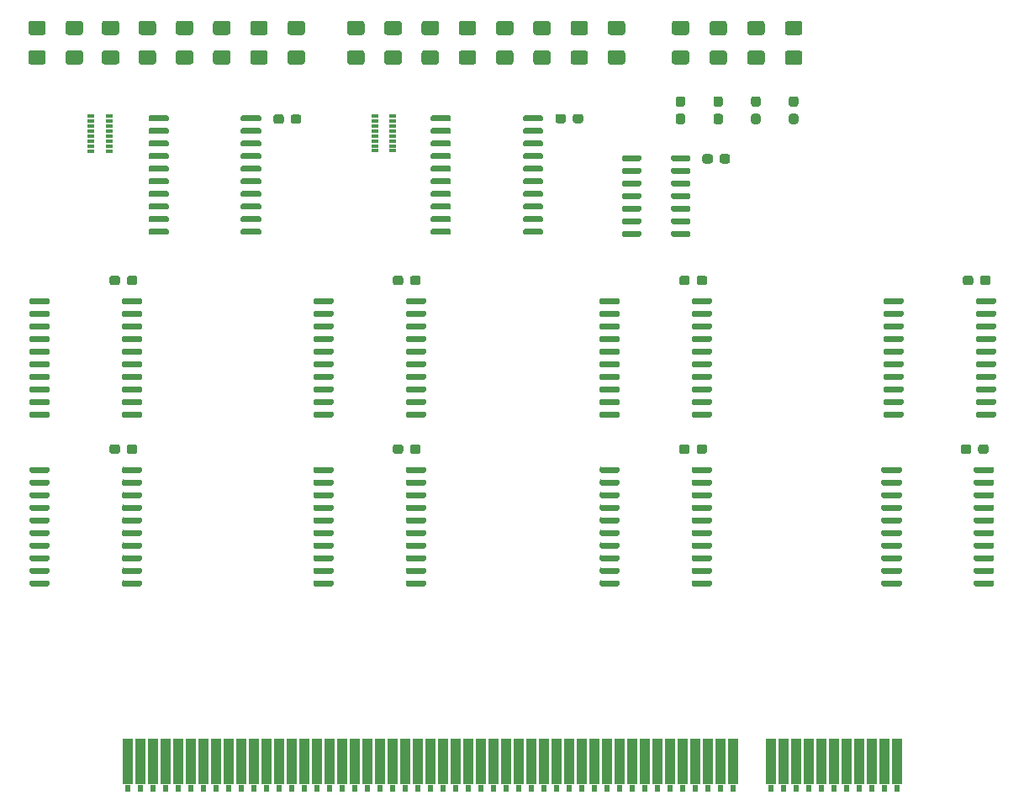
<source format=gbr>
G04 #@! TF.GenerationSoftware,KiCad,Pcbnew,(5.1.8)-1*
G04 #@! TF.CreationDate,2020-11-27T19:32:22-08:00*
G04 #@! TF.ProjectId,GPRModule,4750524d-6f64-4756-9c65-2e6b69636164,1.0*
G04 #@! TF.SameCoordinates,Original*
G04 #@! TF.FileFunction,Soldermask,Top*
G04 #@! TF.FilePolarity,Negative*
%FSLAX46Y46*%
G04 Gerber Fmt 4.6, Leading zero omitted, Abs format (unit mm)*
G04 Created by KiCad (PCBNEW (5.1.8)-1) date 2020-11-27 19:32:22*
%MOMM*%
%LPD*%
G01*
G04 APERTURE LIST*
%ADD10R,0.800000X0.300000*%
%ADD11R,1.020000X4.570000*%
%ADD12R,0.510000X0.760000*%
G04 APERTURE END LIST*
D10*
X101150000Y-71270000D03*
X101150000Y-70270000D03*
X101150000Y-70770000D03*
X101150000Y-69770000D03*
X101150000Y-69270000D03*
X101150000Y-68770000D03*
X99350000Y-71270000D03*
X99350000Y-70770000D03*
X99350000Y-70270000D03*
X99350000Y-69770000D03*
X99350000Y-69270000D03*
X99350000Y-68770000D03*
X101150000Y-71770000D03*
X99350000Y-71770000D03*
X101150000Y-68270000D03*
X99350000Y-68270000D03*
G36*
G01*
X102425000Y-104035000D02*
X102425000Y-103735000D01*
G75*
G02*
X102575000Y-103585000I150000J0D01*
G01*
X104325000Y-103585000D01*
G75*
G02*
X104475000Y-103735000I0J-150000D01*
G01*
X104475000Y-104035000D01*
G75*
G02*
X104325000Y-104185000I-150000J0D01*
G01*
X102575000Y-104185000D01*
G75*
G02*
X102425000Y-104035000I0J150000D01*
G01*
G37*
G36*
G01*
X102425000Y-105305000D02*
X102425000Y-105005000D01*
G75*
G02*
X102575000Y-104855000I150000J0D01*
G01*
X104325000Y-104855000D01*
G75*
G02*
X104475000Y-105005000I0J-150000D01*
G01*
X104475000Y-105305000D01*
G75*
G02*
X104325000Y-105455000I-150000J0D01*
G01*
X102575000Y-105455000D01*
G75*
G02*
X102425000Y-105305000I0J150000D01*
G01*
G37*
G36*
G01*
X102425000Y-106575000D02*
X102425000Y-106275000D01*
G75*
G02*
X102575000Y-106125000I150000J0D01*
G01*
X104325000Y-106125000D01*
G75*
G02*
X104475000Y-106275000I0J-150000D01*
G01*
X104475000Y-106575000D01*
G75*
G02*
X104325000Y-106725000I-150000J0D01*
G01*
X102575000Y-106725000D01*
G75*
G02*
X102425000Y-106575000I0J150000D01*
G01*
G37*
G36*
G01*
X102425000Y-107845000D02*
X102425000Y-107545000D01*
G75*
G02*
X102575000Y-107395000I150000J0D01*
G01*
X104325000Y-107395000D01*
G75*
G02*
X104475000Y-107545000I0J-150000D01*
G01*
X104475000Y-107845000D01*
G75*
G02*
X104325000Y-107995000I-150000J0D01*
G01*
X102575000Y-107995000D01*
G75*
G02*
X102425000Y-107845000I0J150000D01*
G01*
G37*
G36*
G01*
X102425000Y-109115000D02*
X102425000Y-108815000D01*
G75*
G02*
X102575000Y-108665000I150000J0D01*
G01*
X104325000Y-108665000D01*
G75*
G02*
X104475000Y-108815000I0J-150000D01*
G01*
X104475000Y-109115000D01*
G75*
G02*
X104325000Y-109265000I-150000J0D01*
G01*
X102575000Y-109265000D01*
G75*
G02*
X102425000Y-109115000I0J150000D01*
G01*
G37*
G36*
G01*
X102425000Y-110385000D02*
X102425000Y-110085000D01*
G75*
G02*
X102575000Y-109935000I150000J0D01*
G01*
X104325000Y-109935000D01*
G75*
G02*
X104475000Y-110085000I0J-150000D01*
G01*
X104475000Y-110385000D01*
G75*
G02*
X104325000Y-110535000I-150000J0D01*
G01*
X102575000Y-110535000D01*
G75*
G02*
X102425000Y-110385000I0J150000D01*
G01*
G37*
G36*
G01*
X102425000Y-111655000D02*
X102425000Y-111355000D01*
G75*
G02*
X102575000Y-111205000I150000J0D01*
G01*
X104325000Y-111205000D01*
G75*
G02*
X104475000Y-111355000I0J-150000D01*
G01*
X104475000Y-111655000D01*
G75*
G02*
X104325000Y-111805000I-150000J0D01*
G01*
X102575000Y-111805000D01*
G75*
G02*
X102425000Y-111655000I0J150000D01*
G01*
G37*
G36*
G01*
X102425000Y-112925000D02*
X102425000Y-112625000D01*
G75*
G02*
X102575000Y-112475000I150000J0D01*
G01*
X104325000Y-112475000D01*
G75*
G02*
X104475000Y-112625000I0J-150000D01*
G01*
X104475000Y-112925000D01*
G75*
G02*
X104325000Y-113075000I-150000J0D01*
G01*
X102575000Y-113075000D01*
G75*
G02*
X102425000Y-112925000I0J150000D01*
G01*
G37*
G36*
G01*
X102425000Y-114195000D02*
X102425000Y-113895000D01*
G75*
G02*
X102575000Y-113745000I150000J0D01*
G01*
X104325000Y-113745000D01*
G75*
G02*
X104475000Y-113895000I0J-150000D01*
G01*
X104475000Y-114195000D01*
G75*
G02*
X104325000Y-114345000I-150000J0D01*
G01*
X102575000Y-114345000D01*
G75*
G02*
X102425000Y-114195000I0J150000D01*
G01*
G37*
G36*
G01*
X102425000Y-115465000D02*
X102425000Y-115165000D01*
G75*
G02*
X102575000Y-115015000I150000J0D01*
G01*
X104325000Y-115015000D01*
G75*
G02*
X104475000Y-115165000I0J-150000D01*
G01*
X104475000Y-115465000D01*
G75*
G02*
X104325000Y-115615000I-150000J0D01*
G01*
X102575000Y-115615000D01*
G75*
G02*
X102425000Y-115465000I0J150000D01*
G01*
G37*
G36*
G01*
X93125000Y-115465000D02*
X93125000Y-115165000D01*
G75*
G02*
X93275000Y-115015000I150000J0D01*
G01*
X95025000Y-115015000D01*
G75*
G02*
X95175000Y-115165000I0J-150000D01*
G01*
X95175000Y-115465000D01*
G75*
G02*
X95025000Y-115615000I-150000J0D01*
G01*
X93275000Y-115615000D01*
G75*
G02*
X93125000Y-115465000I0J150000D01*
G01*
G37*
G36*
G01*
X93125000Y-114195000D02*
X93125000Y-113895000D01*
G75*
G02*
X93275000Y-113745000I150000J0D01*
G01*
X95025000Y-113745000D01*
G75*
G02*
X95175000Y-113895000I0J-150000D01*
G01*
X95175000Y-114195000D01*
G75*
G02*
X95025000Y-114345000I-150000J0D01*
G01*
X93275000Y-114345000D01*
G75*
G02*
X93125000Y-114195000I0J150000D01*
G01*
G37*
G36*
G01*
X93125000Y-112925000D02*
X93125000Y-112625000D01*
G75*
G02*
X93275000Y-112475000I150000J0D01*
G01*
X95025000Y-112475000D01*
G75*
G02*
X95175000Y-112625000I0J-150000D01*
G01*
X95175000Y-112925000D01*
G75*
G02*
X95025000Y-113075000I-150000J0D01*
G01*
X93275000Y-113075000D01*
G75*
G02*
X93125000Y-112925000I0J150000D01*
G01*
G37*
G36*
G01*
X93125000Y-111655000D02*
X93125000Y-111355000D01*
G75*
G02*
X93275000Y-111205000I150000J0D01*
G01*
X95025000Y-111205000D01*
G75*
G02*
X95175000Y-111355000I0J-150000D01*
G01*
X95175000Y-111655000D01*
G75*
G02*
X95025000Y-111805000I-150000J0D01*
G01*
X93275000Y-111805000D01*
G75*
G02*
X93125000Y-111655000I0J150000D01*
G01*
G37*
G36*
G01*
X93125000Y-110385000D02*
X93125000Y-110085000D01*
G75*
G02*
X93275000Y-109935000I150000J0D01*
G01*
X95025000Y-109935000D01*
G75*
G02*
X95175000Y-110085000I0J-150000D01*
G01*
X95175000Y-110385000D01*
G75*
G02*
X95025000Y-110535000I-150000J0D01*
G01*
X93275000Y-110535000D01*
G75*
G02*
X93125000Y-110385000I0J150000D01*
G01*
G37*
G36*
G01*
X93125000Y-109115000D02*
X93125000Y-108815000D01*
G75*
G02*
X93275000Y-108665000I150000J0D01*
G01*
X95025000Y-108665000D01*
G75*
G02*
X95175000Y-108815000I0J-150000D01*
G01*
X95175000Y-109115000D01*
G75*
G02*
X95025000Y-109265000I-150000J0D01*
G01*
X93275000Y-109265000D01*
G75*
G02*
X93125000Y-109115000I0J150000D01*
G01*
G37*
G36*
G01*
X93125000Y-107845000D02*
X93125000Y-107545000D01*
G75*
G02*
X93275000Y-107395000I150000J0D01*
G01*
X95025000Y-107395000D01*
G75*
G02*
X95175000Y-107545000I0J-150000D01*
G01*
X95175000Y-107845000D01*
G75*
G02*
X95025000Y-107995000I-150000J0D01*
G01*
X93275000Y-107995000D01*
G75*
G02*
X93125000Y-107845000I0J150000D01*
G01*
G37*
G36*
G01*
X93125000Y-106575000D02*
X93125000Y-106275000D01*
G75*
G02*
X93275000Y-106125000I150000J0D01*
G01*
X95025000Y-106125000D01*
G75*
G02*
X95175000Y-106275000I0J-150000D01*
G01*
X95175000Y-106575000D01*
G75*
G02*
X95025000Y-106725000I-150000J0D01*
G01*
X93275000Y-106725000D01*
G75*
G02*
X93125000Y-106575000I0J150000D01*
G01*
G37*
G36*
G01*
X93125000Y-105305000D02*
X93125000Y-105005000D01*
G75*
G02*
X93275000Y-104855000I150000J0D01*
G01*
X95025000Y-104855000D01*
G75*
G02*
X95175000Y-105005000I0J-150000D01*
G01*
X95175000Y-105305000D01*
G75*
G02*
X95025000Y-105455000I-150000J0D01*
G01*
X93275000Y-105455000D01*
G75*
G02*
X93125000Y-105305000I0J150000D01*
G01*
G37*
G36*
G01*
X93125000Y-104035000D02*
X93125000Y-103735000D01*
G75*
G02*
X93275000Y-103585000I150000J0D01*
G01*
X95025000Y-103585000D01*
G75*
G02*
X95175000Y-103735000I0J-150000D01*
G01*
X95175000Y-104035000D01*
G75*
G02*
X95025000Y-104185000I-150000J0D01*
G01*
X93275000Y-104185000D01*
G75*
G02*
X93125000Y-104035000I0J150000D01*
G01*
G37*
G36*
G01*
X100675000Y-61625000D02*
X101925000Y-61625000D01*
G75*
G02*
X102175000Y-61875000I0J-250000D01*
G01*
X102175000Y-62800000D01*
G75*
G02*
X101925000Y-63050000I-250000J0D01*
G01*
X100675000Y-63050000D01*
G75*
G02*
X100425000Y-62800000I0J250000D01*
G01*
X100425000Y-61875000D01*
G75*
G02*
X100675000Y-61625000I250000J0D01*
G01*
G37*
G36*
G01*
X100675000Y-58650000D02*
X101925000Y-58650000D01*
G75*
G02*
X102175000Y-58900000I0J-250000D01*
G01*
X102175000Y-59825000D01*
G75*
G02*
X101925000Y-60075000I-250000J0D01*
G01*
X100675000Y-60075000D01*
G75*
G02*
X100425000Y-59825000I0J250000D01*
G01*
X100425000Y-58900000D01*
G75*
G02*
X100675000Y-58650000I250000J0D01*
G01*
G37*
G36*
G01*
X188875000Y-85037500D02*
X188875000Y-84562500D01*
G75*
G02*
X189112500Y-84325000I237500J0D01*
G01*
X189687500Y-84325000D01*
G75*
G02*
X189925000Y-84562500I0J-237500D01*
G01*
X189925000Y-85037500D01*
G75*
G02*
X189687500Y-85275000I-237500J0D01*
G01*
X189112500Y-85275000D01*
G75*
G02*
X188875000Y-85037500I0J237500D01*
G01*
G37*
G36*
G01*
X187125000Y-85037500D02*
X187125000Y-84562500D01*
G75*
G02*
X187362500Y-84325000I237500J0D01*
G01*
X187937500Y-84325000D01*
G75*
G02*
X188175000Y-84562500I0J-237500D01*
G01*
X188175000Y-85037500D01*
G75*
G02*
X187937500Y-85275000I-237500J0D01*
G01*
X187362500Y-85275000D01*
G75*
G02*
X187125000Y-85037500I0J237500D01*
G01*
G37*
G36*
G01*
X186925000Y-102037500D02*
X186925000Y-101562500D01*
G75*
G02*
X187162500Y-101325000I237500J0D01*
G01*
X187737500Y-101325000D01*
G75*
G02*
X187975000Y-101562500I0J-237500D01*
G01*
X187975000Y-102037500D01*
G75*
G02*
X187737500Y-102275000I-237500J0D01*
G01*
X187162500Y-102275000D01*
G75*
G02*
X186925000Y-102037500I0J237500D01*
G01*
G37*
G36*
G01*
X188675000Y-102037500D02*
X188675000Y-101562500D01*
G75*
G02*
X188912500Y-101325000I237500J0D01*
G01*
X189487500Y-101325000D01*
G75*
G02*
X189725000Y-101562500I0J-237500D01*
G01*
X189725000Y-102037500D01*
G75*
G02*
X189487500Y-102275000I-237500J0D01*
G01*
X188912500Y-102275000D01*
G75*
G02*
X188675000Y-102037500I0J237500D01*
G01*
G37*
G36*
G01*
X158575000Y-102037500D02*
X158575000Y-101562500D01*
G75*
G02*
X158812500Y-101325000I237500J0D01*
G01*
X159387500Y-101325000D01*
G75*
G02*
X159625000Y-101562500I0J-237500D01*
G01*
X159625000Y-102037500D01*
G75*
G02*
X159387500Y-102275000I-237500J0D01*
G01*
X158812500Y-102275000D01*
G75*
G02*
X158575000Y-102037500I0J237500D01*
G01*
G37*
G36*
G01*
X160325000Y-102037500D02*
X160325000Y-101562500D01*
G75*
G02*
X160562500Y-101325000I237500J0D01*
G01*
X161137500Y-101325000D01*
G75*
G02*
X161375000Y-101562500I0J-237500D01*
G01*
X161375000Y-102037500D01*
G75*
G02*
X161137500Y-102275000I-237500J0D01*
G01*
X160562500Y-102275000D01*
G75*
G02*
X160325000Y-102037500I0J237500D01*
G01*
G37*
G36*
G01*
X160330000Y-85037500D02*
X160330000Y-84562500D01*
G75*
G02*
X160567500Y-84325000I237500J0D01*
G01*
X161142500Y-84325000D01*
G75*
G02*
X161380000Y-84562500I0J-237500D01*
G01*
X161380000Y-85037500D01*
G75*
G02*
X161142500Y-85275000I-237500J0D01*
G01*
X160567500Y-85275000D01*
G75*
G02*
X160330000Y-85037500I0J237500D01*
G01*
G37*
G36*
G01*
X158580000Y-85037500D02*
X158580000Y-84562500D01*
G75*
G02*
X158817500Y-84325000I237500J0D01*
G01*
X159392500Y-84325000D01*
G75*
G02*
X159630000Y-84562500I0J-237500D01*
G01*
X159630000Y-85037500D01*
G75*
G02*
X159392500Y-85275000I-237500J0D01*
G01*
X158817500Y-85275000D01*
G75*
G02*
X158580000Y-85037500I0J237500D01*
G01*
G37*
G36*
G01*
X129725000Y-102037500D02*
X129725000Y-101562500D01*
G75*
G02*
X129962500Y-101325000I237500J0D01*
G01*
X130537500Y-101325000D01*
G75*
G02*
X130775000Y-101562500I0J-237500D01*
G01*
X130775000Y-102037500D01*
G75*
G02*
X130537500Y-102275000I-237500J0D01*
G01*
X129962500Y-102275000D01*
G75*
G02*
X129725000Y-102037500I0J237500D01*
G01*
G37*
G36*
G01*
X131475000Y-102037500D02*
X131475000Y-101562500D01*
G75*
G02*
X131712500Y-101325000I237500J0D01*
G01*
X132287500Y-101325000D01*
G75*
G02*
X132525000Y-101562500I0J-237500D01*
G01*
X132525000Y-102037500D01*
G75*
G02*
X132287500Y-102275000I-237500J0D01*
G01*
X131712500Y-102275000D01*
G75*
G02*
X131475000Y-102037500I0J237500D01*
G01*
G37*
G36*
G01*
X131475000Y-85037500D02*
X131475000Y-84562500D01*
G75*
G02*
X131712500Y-84325000I237500J0D01*
G01*
X132287500Y-84325000D01*
G75*
G02*
X132525000Y-84562500I0J-237500D01*
G01*
X132525000Y-85037500D01*
G75*
G02*
X132287500Y-85275000I-237500J0D01*
G01*
X131712500Y-85275000D01*
G75*
G02*
X131475000Y-85037500I0J237500D01*
G01*
G37*
G36*
G01*
X129725000Y-85037500D02*
X129725000Y-84562500D01*
G75*
G02*
X129962500Y-84325000I237500J0D01*
G01*
X130537500Y-84325000D01*
G75*
G02*
X130775000Y-84562500I0J-237500D01*
G01*
X130775000Y-85037500D01*
G75*
G02*
X130537500Y-85275000I-237500J0D01*
G01*
X129962500Y-85275000D01*
G75*
G02*
X129725000Y-85037500I0J237500D01*
G01*
G37*
G36*
G01*
X101200000Y-102037500D02*
X101200000Y-101562500D01*
G75*
G02*
X101437500Y-101325000I237500J0D01*
G01*
X102012500Y-101325000D01*
G75*
G02*
X102250000Y-101562500I0J-237500D01*
G01*
X102250000Y-102037500D01*
G75*
G02*
X102012500Y-102275000I-237500J0D01*
G01*
X101437500Y-102275000D01*
G75*
G02*
X101200000Y-102037500I0J237500D01*
G01*
G37*
G36*
G01*
X102950000Y-102037500D02*
X102950000Y-101562500D01*
G75*
G02*
X103187500Y-101325000I237500J0D01*
G01*
X103762500Y-101325000D01*
G75*
G02*
X104000000Y-101562500I0J-237500D01*
G01*
X104000000Y-102037500D01*
G75*
G02*
X103762500Y-102275000I-237500J0D01*
G01*
X103187500Y-102275000D01*
G75*
G02*
X102950000Y-102037500I0J237500D01*
G01*
G37*
G36*
G01*
X101200000Y-85037500D02*
X101200000Y-84562500D01*
G75*
G02*
X101437500Y-84325000I237500J0D01*
G01*
X102012500Y-84325000D01*
G75*
G02*
X102250000Y-84562500I0J-237500D01*
G01*
X102250000Y-85037500D01*
G75*
G02*
X102012500Y-85275000I-237500J0D01*
G01*
X101437500Y-85275000D01*
G75*
G02*
X101200000Y-85037500I0J237500D01*
G01*
G37*
G36*
G01*
X102950000Y-85037500D02*
X102950000Y-84562500D01*
G75*
G02*
X103187500Y-84325000I237500J0D01*
G01*
X103762500Y-84325000D01*
G75*
G02*
X104000000Y-84562500I0J-237500D01*
G01*
X104000000Y-85037500D01*
G75*
G02*
X103762500Y-85275000I-237500J0D01*
G01*
X103187500Y-85275000D01*
G75*
G02*
X102950000Y-85037500I0J237500D01*
G01*
G37*
G36*
G01*
X118750000Y-68312500D02*
X118750000Y-68787500D01*
G75*
G02*
X118512500Y-69025000I-237500J0D01*
G01*
X117937500Y-69025000D01*
G75*
G02*
X117700000Y-68787500I0J237500D01*
G01*
X117700000Y-68312500D01*
G75*
G02*
X117937500Y-68075000I237500J0D01*
G01*
X118512500Y-68075000D01*
G75*
G02*
X118750000Y-68312500I0J-237500D01*
G01*
G37*
G36*
G01*
X120500000Y-68312500D02*
X120500000Y-68787500D01*
G75*
G02*
X120262500Y-69025000I-237500J0D01*
G01*
X119687500Y-69025000D01*
G75*
G02*
X119450000Y-68787500I0J237500D01*
G01*
X119450000Y-68312500D01*
G75*
G02*
X119687500Y-68075000I237500J0D01*
G01*
X120262500Y-68075000D01*
G75*
G02*
X120500000Y-68312500I0J-237500D01*
G01*
G37*
G36*
G01*
X148900000Y-68262500D02*
X148900000Y-68737500D01*
G75*
G02*
X148662500Y-68975000I-237500J0D01*
G01*
X148087500Y-68975000D01*
G75*
G02*
X147850000Y-68737500I0J237500D01*
G01*
X147850000Y-68262500D01*
G75*
G02*
X148087500Y-68025000I237500J0D01*
G01*
X148662500Y-68025000D01*
G75*
G02*
X148900000Y-68262500I0J-237500D01*
G01*
G37*
G36*
G01*
X147150000Y-68262500D02*
X147150000Y-68737500D01*
G75*
G02*
X146912500Y-68975000I-237500J0D01*
G01*
X146337500Y-68975000D01*
G75*
G02*
X146100000Y-68737500I0J237500D01*
G01*
X146100000Y-68262500D01*
G75*
G02*
X146337500Y-68025000I237500J0D01*
G01*
X146912500Y-68025000D01*
G75*
G02*
X147150000Y-68262500I0J-237500D01*
G01*
G37*
G36*
G01*
X161950000Y-72312500D02*
X161950000Y-72787500D01*
G75*
G02*
X161712500Y-73025000I-237500J0D01*
G01*
X161137500Y-73025000D01*
G75*
G02*
X160900000Y-72787500I0J237500D01*
G01*
X160900000Y-72312500D01*
G75*
G02*
X161137500Y-72075000I237500J0D01*
G01*
X161712500Y-72075000D01*
G75*
G02*
X161950000Y-72312500I0J-237500D01*
G01*
G37*
G36*
G01*
X163700000Y-72312500D02*
X163700000Y-72787500D01*
G75*
G02*
X163462500Y-73025000I-237500J0D01*
G01*
X162887500Y-73025000D01*
G75*
G02*
X162650000Y-72787500I0J237500D01*
G01*
X162650000Y-72312500D01*
G75*
G02*
X162887500Y-72075000I237500J0D01*
G01*
X163462500Y-72075000D01*
G75*
G02*
X163700000Y-72312500I0J-237500D01*
G01*
G37*
G36*
G01*
X151625000Y-58650000D02*
X152875000Y-58650000D01*
G75*
G02*
X153125000Y-58900000I0J-250000D01*
G01*
X153125000Y-59825000D01*
G75*
G02*
X152875000Y-60075000I-250000J0D01*
G01*
X151625000Y-60075000D01*
G75*
G02*
X151375000Y-59825000I0J250000D01*
G01*
X151375000Y-58900000D01*
G75*
G02*
X151625000Y-58650000I250000J0D01*
G01*
G37*
G36*
G01*
X151625000Y-61625000D02*
X152875000Y-61625000D01*
G75*
G02*
X153125000Y-61875000I0J-250000D01*
G01*
X153125000Y-62800000D01*
G75*
G02*
X152875000Y-63050000I-250000J0D01*
G01*
X151625000Y-63050000D01*
G75*
G02*
X151375000Y-62800000I0J250000D01*
G01*
X151375000Y-61875000D01*
G75*
G02*
X151625000Y-61625000I250000J0D01*
G01*
G37*
G36*
G01*
X147875000Y-58662500D02*
X149125000Y-58662500D01*
G75*
G02*
X149375000Y-58912500I0J-250000D01*
G01*
X149375000Y-59837500D01*
G75*
G02*
X149125000Y-60087500I-250000J0D01*
G01*
X147875000Y-60087500D01*
G75*
G02*
X147625000Y-59837500I0J250000D01*
G01*
X147625000Y-58912500D01*
G75*
G02*
X147875000Y-58662500I250000J0D01*
G01*
G37*
G36*
G01*
X147875000Y-61637500D02*
X149125000Y-61637500D01*
G75*
G02*
X149375000Y-61887500I0J-250000D01*
G01*
X149375000Y-62812500D01*
G75*
G02*
X149125000Y-63062500I-250000J0D01*
G01*
X147875000Y-63062500D01*
G75*
G02*
X147625000Y-62812500I0J250000D01*
G01*
X147625000Y-61887500D01*
G75*
G02*
X147875000Y-61637500I250000J0D01*
G01*
G37*
G36*
G01*
X144125000Y-61637500D02*
X145375000Y-61637500D01*
G75*
G02*
X145625000Y-61887500I0J-250000D01*
G01*
X145625000Y-62812500D01*
G75*
G02*
X145375000Y-63062500I-250000J0D01*
G01*
X144125000Y-63062500D01*
G75*
G02*
X143875000Y-62812500I0J250000D01*
G01*
X143875000Y-61887500D01*
G75*
G02*
X144125000Y-61637500I250000J0D01*
G01*
G37*
G36*
G01*
X144125000Y-58662500D02*
X145375000Y-58662500D01*
G75*
G02*
X145625000Y-58912500I0J-250000D01*
G01*
X145625000Y-59837500D01*
G75*
G02*
X145375000Y-60087500I-250000J0D01*
G01*
X144125000Y-60087500D01*
G75*
G02*
X143875000Y-59837500I0J250000D01*
G01*
X143875000Y-58912500D01*
G75*
G02*
X144125000Y-58662500I250000J0D01*
G01*
G37*
G36*
G01*
X140375000Y-61637500D02*
X141625000Y-61637500D01*
G75*
G02*
X141875000Y-61887500I0J-250000D01*
G01*
X141875000Y-62812500D01*
G75*
G02*
X141625000Y-63062500I-250000J0D01*
G01*
X140375000Y-63062500D01*
G75*
G02*
X140125000Y-62812500I0J250000D01*
G01*
X140125000Y-61887500D01*
G75*
G02*
X140375000Y-61637500I250000J0D01*
G01*
G37*
G36*
G01*
X140375000Y-58662500D02*
X141625000Y-58662500D01*
G75*
G02*
X141875000Y-58912500I0J-250000D01*
G01*
X141875000Y-59837500D01*
G75*
G02*
X141625000Y-60087500I-250000J0D01*
G01*
X140375000Y-60087500D01*
G75*
G02*
X140125000Y-59837500I0J250000D01*
G01*
X140125000Y-58912500D01*
G75*
G02*
X140375000Y-58662500I250000J0D01*
G01*
G37*
G36*
G01*
X136625000Y-58662500D02*
X137875000Y-58662500D01*
G75*
G02*
X138125000Y-58912500I0J-250000D01*
G01*
X138125000Y-59837500D01*
G75*
G02*
X137875000Y-60087500I-250000J0D01*
G01*
X136625000Y-60087500D01*
G75*
G02*
X136375000Y-59837500I0J250000D01*
G01*
X136375000Y-58912500D01*
G75*
G02*
X136625000Y-58662500I250000J0D01*
G01*
G37*
G36*
G01*
X136625000Y-61637500D02*
X137875000Y-61637500D01*
G75*
G02*
X138125000Y-61887500I0J-250000D01*
G01*
X138125000Y-62812500D01*
G75*
G02*
X137875000Y-63062500I-250000J0D01*
G01*
X136625000Y-63062500D01*
G75*
G02*
X136375000Y-62812500I0J250000D01*
G01*
X136375000Y-61887500D01*
G75*
G02*
X136625000Y-61637500I250000J0D01*
G01*
G37*
G36*
G01*
X132875000Y-58662500D02*
X134125000Y-58662500D01*
G75*
G02*
X134375000Y-58912500I0J-250000D01*
G01*
X134375000Y-59837500D01*
G75*
G02*
X134125000Y-60087500I-250000J0D01*
G01*
X132875000Y-60087500D01*
G75*
G02*
X132625000Y-59837500I0J250000D01*
G01*
X132625000Y-58912500D01*
G75*
G02*
X132875000Y-58662500I250000J0D01*
G01*
G37*
G36*
G01*
X132875000Y-61637500D02*
X134125000Y-61637500D01*
G75*
G02*
X134375000Y-61887500I0J-250000D01*
G01*
X134375000Y-62812500D01*
G75*
G02*
X134125000Y-63062500I-250000J0D01*
G01*
X132875000Y-63062500D01*
G75*
G02*
X132625000Y-62812500I0J250000D01*
G01*
X132625000Y-61887500D01*
G75*
G02*
X132875000Y-61637500I250000J0D01*
G01*
G37*
G36*
G01*
X129125000Y-61637500D02*
X130375000Y-61637500D01*
G75*
G02*
X130625000Y-61887500I0J-250000D01*
G01*
X130625000Y-62812500D01*
G75*
G02*
X130375000Y-63062500I-250000J0D01*
G01*
X129125000Y-63062500D01*
G75*
G02*
X128875000Y-62812500I0J250000D01*
G01*
X128875000Y-61887500D01*
G75*
G02*
X129125000Y-61637500I250000J0D01*
G01*
G37*
G36*
G01*
X129125000Y-58662500D02*
X130375000Y-58662500D01*
G75*
G02*
X130625000Y-58912500I0J-250000D01*
G01*
X130625000Y-59837500D01*
G75*
G02*
X130375000Y-60087500I-250000J0D01*
G01*
X129125000Y-60087500D01*
G75*
G02*
X128875000Y-59837500I0J250000D01*
G01*
X128875000Y-58912500D01*
G75*
G02*
X129125000Y-58662500I250000J0D01*
G01*
G37*
G36*
G01*
X125375000Y-58662500D02*
X126625000Y-58662500D01*
G75*
G02*
X126875000Y-58912500I0J-250000D01*
G01*
X126875000Y-59837500D01*
G75*
G02*
X126625000Y-60087500I-250000J0D01*
G01*
X125375000Y-60087500D01*
G75*
G02*
X125125000Y-59837500I0J250000D01*
G01*
X125125000Y-58912500D01*
G75*
G02*
X125375000Y-58662500I250000J0D01*
G01*
G37*
G36*
G01*
X125375000Y-61637500D02*
X126625000Y-61637500D01*
G75*
G02*
X126875000Y-61887500I0J-250000D01*
G01*
X126875000Y-62812500D01*
G75*
G02*
X126625000Y-63062500I-250000J0D01*
G01*
X125375000Y-63062500D01*
G75*
G02*
X125125000Y-62812500I0J250000D01*
G01*
X125125000Y-61887500D01*
G75*
G02*
X125375000Y-61637500I250000J0D01*
G01*
G37*
G36*
G01*
X119375000Y-61625000D02*
X120625000Y-61625000D01*
G75*
G02*
X120875000Y-61875000I0J-250000D01*
G01*
X120875000Y-62800000D01*
G75*
G02*
X120625000Y-63050000I-250000J0D01*
G01*
X119375000Y-63050000D01*
G75*
G02*
X119125000Y-62800000I0J250000D01*
G01*
X119125000Y-61875000D01*
G75*
G02*
X119375000Y-61625000I250000J0D01*
G01*
G37*
G36*
G01*
X119375000Y-58650000D02*
X120625000Y-58650000D01*
G75*
G02*
X120875000Y-58900000I0J-250000D01*
G01*
X120875000Y-59825000D01*
G75*
G02*
X120625000Y-60075000I-250000J0D01*
G01*
X119375000Y-60075000D01*
G75*
G02*
X119125000Y-59825000I0J250000D01*
G01*
X119125000Y-58900000D01*
G75*
G02*
X119375000Y-58650000I250000J0D01*
G01*
G37*
G36*
G01*
X115625000Y-61625000D02*
X116875000Y-61625000D01*
G75*
G02*
X117125000Y-61875000I0J-250000D01*
G01*
X117125000Y-62800000D01*
G75*
G02*
X116875000Y-63050000I-250000J0D01*
G01*
X115625000Y-63050000D01*
G75*
G02*
X115375000Y-62800000I0J250000D01*
G01*
X115375000Y-61875000D01*
G75*
G02*
X115625000Y-61625000I250000J0D01*
G01*
G37*
G36*
G01*
X115625000Y-58650000D02*
X116875000Y-58650000D01*
G75*
G02*
X117125000Y-58900000I0J-250000D01*
G01*
X117125000Y-59825000D01*
G75*
G02*
X116875000Y-60075000I-250000J0D01*
G01*
X115625000Y-60075000D01*
G75*
G02*
X115375000Y-59825000I0J250000D01*
G01*
X115375000Y-58900000D01*
G75*
G02*
X115625000Y-58650000I250000J0D01*
G01*
G37*
G36*
G01*
X111875000Y-58650000D02*
X113125000Y-58650000D01*
G75*
G02*
X113375000Y-58900000I0J-250000D01*
G01*
X113375000Y-59825000D01*
G75*
G02*
X113125000Y-60075000I-250000J0D01*
G01*
X111875000Y-60075000D01*
G75*
G02*
X111625000Y-59825000I0J250000D01*
G01*
X111625000Y-58900000D01*
G75*
G02*
X111875000Y-58650000I250000J0D01*
G01*
G37*
G36*
G01*
X111875000Y-61625000D02*
X113125000Y-61625000D01*
G75*
G02*
X113375000Y-61875000I0J-250000D01*
G01*
X113375000Y-62800000D01*
G75*
G02*
X113125000Y-63050000I-250000J0D01*
G01*
X111875000Y-63050000D01*
G75*
G02*
X111625000Y-62800000I0J250000D01*
G01*
X111625000Y-61875000D01*
G75*
G02*
X111875000Y-61625000I250000J0D01*
G01*
G37*
G36*
G01*
X108125000Y-61625000D02*
X109375000Y-61625000D01*
G75*
G02*
X109625000Y-61875000I0J-250000D01*
G01*
X109625000Y-62800000D01*
G75*
G02*
X109375000Y-63050000I-250000J0D01*
G01*
X108125000Y-63050000D01*
G75*
G02*
X107875000Y-62800000I0J250000D01*
G01*
X107875000Y-61875000D01*
G75*
G02*
X108125000Y-61625000I250000J0D01*
G01*
G37*
G36*
G01*
X108125000Y-58650000D02*
X109375000Y-58650000D01*
G75*
G02*
X109625000Y-58900000I0J-250000D01*
G01*
X109625000Y-59825000D01*
G75*
G02*
X109375000Y-60075000I-250000J0D01*
G01*
X108125000Y-60075000D01*
G75*
G02*
X107875000Y-59825000I0J250000D01*
G01*
X107875000Y-58900000D01*
G75*
G02*
X108125000Y-58650000I250000J0D01*
G01*
G37*
G36*
G01*
X104375000Y-58650000D02*
X105625000Y-58650000D01*
G75*
G02*
X105875000Y-58900000I0J-250000D01*
G01*
X105875000Y-59825000D01*
G75*
G02*
X105625000Y-60075000I-250000J0D01*
G01*
X104375000Y-60075000D01*
G75*
G02*
X104125000Y-59825000I0J250000D01*
G01*
X104125000Y-58900000D01*
G75*
G02*
X104375000Y-58650000I250000J0D01*
G01*
G37*
G36*
G01*
X104375000Y-61625000D02*
X105625000Y-61625000D01*
G75*
G02*
X105875000Y-61875000I0J-250000D01*
G01*
X105875000Y-62800000D01*
G75*
G02*
X105625000Y-63050000I-250000J0D01*
G01*
X104375000Y-63050000D01*
G75*
G02*
X104125000Y-62800000I0J250000D01*
G01*
X104125000Y-61875000D01*
G75*
G02*
X104375000Y-61625000I250000J0D01*
G01*
G37*
G36*
G01*
X97025000Y-58650000D02*
X98275000Y-58650000D01*
G75*
G02*
X98525000Y-58900000I0J-250000D01*
G01*
X98525000Y-59825000D01*
G75*
G02*
X98275000Y-60075000I-250000J0D01*
G01*
X97025000Y-60075000D01*
G75*
G02*
X96775000Y-59825000I0J250000D01*
G01*
X96775000Y-58900000D01*
G75*
G02*
X97025000Y-58650000I250000J0D01*
G01*
G37*
G36*
G01*
X97025000Y-61625000D02*
X98275000Y-61625000D01*
G75*
G02*
X98525000Y-61875000I0J-250000D01*
G01*
X98525000Y-62800000D01*
G75*
G02*
X98275000Y-63050000I-250000J0D01*
G01*
X97025000Y-63050000D01*
G75*
G02*
X96775000Y-62800000I0J250000D01*
G01*
X96775000Y-61875000D01*
G75*
G02*
X97025000Y-61625000I250000J0D01*
G01*
G37*
G36*
G01*
X93275000Y-61625000D02*
X94525000Y-61625000D01*
G75*
G02*
X94775000Y-61875000I0J-250000D01*
G01*
X94775000Y-62800000D01*
G75*
G02*
X94525000Y-63050000I-250000J0D01*
G01*
X93275000Y-63050000D01*
G75*
G02*
X93025000Y-62800000I0J250000D01*
G01*
X93025000Y-61875000D01*
G75*
G02*
X93275000Y-61625000I250000J0D01*
G01*
G37*
G36*
G01*
X93275000Y-58650000D02*
X94525000Y-58650000D01*
G75*
G02*
X94775000Y-58900000I0J-250000D01*
G01*
X94775000Y-59825000D01*
G75*
G02*
X94525000Y-60075000I-250000J0D01*
G01*
X93275000Y-60075000D01*
G75*
G02*
X93025000Y-59825000I0J250000D01*
G01*
X93025000Y-58900000D01*
G75*
G02*
X93275000Y-58650000I250000J0D01*
G01*
G37*
G36*
G01*
X170725000Y-60097500D02*
X169475000Y-60097500D01*
G75*
G02*
X169225000Y-59847500I0J250000D01*
G01*
X169225000Y-58922500D01*
G75*
G02*
X169475000Y-58672500I250000J0D01*
G01*
X170725000Y-58672500D01*
G75*
G02*
X170975000Y-58922500I0J-250000D01*
G01*
X170975000Y-59847500D01*
G75*
G02*
X170725000Y-60097500I-250000J0D01*
G01*
G37*
G36*
G01*
X170725000Y-63072500D02*
X169475000Y-63072500D01*
G75*
G02*
X169225000Y-62822500I0J250000D01*
G01*
X169225000Y-61897500D01*
G75*
G02*
X169475000Y-61647500I250000J0D01*
G01*
X170725000Y-61647500D01*
G75*
G02*
X170975000Y-61897500I0J-250000D01*
G01*
X170975000Y-62822500D01*
G75*
G02*
X170725000Y-63072500I-250000J0D01*
G01*
G37*
G36*
G01*
X166925000Y-63072500D02*
X165675000Y-63072500D01*
G75*
G02*
X165425000Y-62822500I0J250000D01*
G01*
X165425000Y-61897500D01*
G75*
G02*
X165675000Y-61647500I250000J0D01*
G01*
X166925000Y-61647500D01*
G75*
G02*
X167175000Y-61897500I0J-250000D01*
G01*
X167175000Y-62822500D01*
G75*
G02*
X166925000Y-63072500I-250000J0D01*
G01*
G37*
G36*
G01*
X166925000Y-60097500D02*
X165675000Y-60097500D01*
G75*
G02*
X165425000Y-59847500I0J250000D01*
G01*
X165425000Y-58922500D01*
G75*
G02*
X165675000Y-58672500I250000J0D01*
G01*
X166925000Y-58672500D01*
G75*
G02*
X167175000Y-58922500I0J-250000D01*
G01*
X167175000Y-59847500D01*
G75*
G02*
X166925000Y-60097500I-250000J0D01*
G01*
G37*
G36*
G01*
X163125000Y-60097500D02*
X161875000Y-60097500D01*
G75*
G02*
X161625000Y-59847500I0J250000D01*
G01*
X161625000Y-58922500D01*
G75*
G02*
X161875000Y-58672500I250000J0D01*
G01*
X163125000Y-58672500D01*
G75*
G02*
X163375000Y-58922500I0J-250000D01*
G01*
X163375000Y-59847500D01*
G75*
G02*
X163125000Y-60097500I-250000J0D01*
G01*
G37*
G36*
G01*
X163125000Y-63072500D02*
X161875000Y-63072500D01*
G75*
G02*
X161625000Y-62822500I0J250000D01*
G01*
X161625000Y-61897500D01*
G75*
G02*
X161875000Y-61647500I250000J0D01*
G01*
X163125000Y-61647500D01*
G75*
G02*
X163375000Y-61897500I0J-250000D01*
G01*
X163375000Y-62822500D01*
G75*
G02*
X163125000Y-63072500I-250000J0D01*
G01*
G37*
G36*
G01*
X158075000Y-58647500D02*
X159325000Y-58647500D01*
G75*
G02*
X159575000Y-58897500I0J-250000D01*
G01*
X159575000Y-59822500D01*
G75*
G02*
X159325000Y-60072500I-250000J0D01*
G01*
X158075000Y-60072500D01*
G75*
G02*
X157825000Y-59822500I0J250000D01*
G01*
X157825000Y-58897500D01*
G75*
G02*
X158075000Y-58647500I250000J0D01*
G01*
G37*
G36*
G01*
X158075000Y-61622500D02*
X159325000Y-61622500D01*
G75*
G02*
X159575000Y-61872500I0J-250000D01*
G01*
X159575000Y-62797500D01*
G75*
G02*
X159325000Y-63047500I-250000J0D01*
G01*
X158075000Y-63047500D01*
G75*
G02*
X157825000Y-62797500I0J250000D01*
G01*
X157825000Y-61872500D01*
G75*
G02*
X158075000Y-61622500I250000J0D01*
G01*
G37*
D11*
X103070000Y-133270000D03*
X104340000Y-133270000D03*
X105600000Y-133270000D03*
X106880000Y-133270000D03*
X108150000Y-133270000D03*
X109420000Y-133270000D03*
X110690000Y-133270000D03*
X111960000Y-133270000D03*
X113230000Y-133270000D03*
X114500000Y-133270000D03*
X115770000Y-133270000D03*
X117030000Y-133270000D03*
X118310000Y-133270000D03*
X119580000Y-133270000D03*
X120850000Y-133270000D03*
X122120000Y-133270000D03*
X123390000Y-133270000D03*
X124660000Y-133270000D03*
X125920000Y-133270000D03*
X127200000Y-133270000D03*
X128460000Y-133270000D03*
X129740000Y-133270000D03*
X131010000Y-133270000D03*
X132280000Y-133270000D03*
X133550000Y-133270000D03*
X134820000Y-133270000D03*
X136090000Y-133270000D03*
X137360000Y-133270000D03*
X138630000Y-133270000D03*
X139900000Y-133270000D03*
X141170000Y-133270000D03*
X142440000Y-133270000D03*
X143710000Y-133270000D03*
X144980000Y-133270000D03*
X146250000Y-133270000D03*
X147520000Y-133270000D03*
X148790000Y-133270000D03*
X150060000Y-133270000D03*
X151330000Y-133270000D03*
X152600000Y-133270000D03*
X153870000Y-133270000D03*
X155140000Y-133270000D03*
X156410000Y-133270000D03*
X157680000Y-133270000D03*
X158950000Y-133270000D03*
X160220000Y-133270000D03*
X161490000Y-133270000D03*
X162760000Y-133270000D03*
X164030000Y-133270000D03*
X167840000Y-133270000D03*
X169110000Y-133270000D03*
X170380000Y-133270000D03*
X171650000Y-133270000D03*
X172920000Y-133270000D03*
X174190000Y-133270000D03*
X175460000Y-133270000D03*
X176730000Y-133270000D03*
X178000000Y-133270000D03*
X179270000Y-133270000D03*
X180530000Y-133270000D03*
D12*
X104340000Y-135930000D03*
X105600000Y-135930000D03*
X106880000Y-135930000D03*
X108150000Y-135930000D03*
X109420000Y-135930000D03*
X110690000Y-135930000D03*
X111960000Y-135930000D03*
X113230000Y-135930000D03*
X114500000Y-135930000D03*
X115770000Y-135930000D03*
X117030000Y-135930000D03*
X118310000Y-135930000D03*
X119580000Y-135930000D03*
X120850000Y-135930000D03*
X122120000Y-135930000D03*
X123390000Y-135930000D03*
X124660000Y-135930000D03*
X125920000Y-135930000D03*
X127200000Y-135930000D03*
X128460000Y-135930000D03*
X129740000Y-135930000D03*
X131010000Y-135930000D03*
X132280000Y-135930000D03*
X133550000Y-135930000D03*
X134820000Y-135930000D03*
X136090000Y-135930000D03*
X137360000Y-135930000D03*
X138630000Y-135930000D03*
X139900000Y-135930000D03*
X141170000Y-135930000D03*
X142440000Y-135930000D03*
X143710000Y-135930000D03*
X144980000Y-135930000D03*
X146250000Y-135930000D03*
X147520000Y-135930000D03*
X148790000Y-135930000D03*
X150060000Y-135930000D03*
X151330000Y-135930000D03*
X152600000Y-135930000D03*
X153870000Y-135930000D03*
X155140000Y-135930000D03*
X156410000Y-135930000D03*
X157680000Y-135930000D03*
X158950000Y-135930000D03*
X160220000Y-135930000D03*
X161490000Y-135930000D03*
X162760000Y-135930000D03*
X164030000Y-135930000D03*
X167840000Y-135930000D03*
X169110000Y-135930000D03*
X170380000Y-135930000D03*
X171650000Y-135930000D03*
X172920000Y-135930000D03*
X174190000Y-135930000D03*
X175460000Y-135930000D03*
X176730000Y-135930000D03*
X178000000Y-135930000D03*
X179270000Y-135930000D03*
X180530000Y-135930000D03*
X103070000Y-135930000D03*
G36*
G01*
X170327500Y-69060000D02*
X169852500Y-69060000D01*
G75*
G02*
X169615000Y-68822500I0J237500D01*
G01*
X169615000Y-68247500D01*
G75*
G02*
X169852500Y-68010000I237500J0D01*
G01*
X170327500Y-68010000D01*
G75*
G02*
X170565000Y-68247500I0J-237500D01*
G01*
X170565000Y-68822500D01*
G75*
G02*
X170327500Y-69060000I-237500J0D01*
G01*
G37*
G36*
G01*
X170327500Y-67310000D02*
X169852500Y-67310000D01*
G75*
G02*
X169615000Y-67072500I0J237500D01*
G01*
X169615000Y-66497500D01*
G75*
G02*
X169852500Y-66260000I237500J0D01*
G01*
X170327500Y-66260000D01*
G75*
G02*
X170565000Y-66497500I0J-237500D01*
G01*
X170565000Y-67072500D01*
G75*
G02*
X170327500Y-67310000I-237500J0D01*
G01*
G37*
G36*
G01*
X166527500Y-67310000D02*
X166052500Y-67310000D01*
G75*
G02*
X165815000Y-67072500I0J237500D01*
G01*
X165815000Y-66497500D01*
G75*
G02*
X166052500Y-66260000I237500J0D01*
G01*
X166527500Y-66260000D01*
G75*
G02*
X166765000Y-66497500I0J-237500D01*
G01*
X166765000Y-67072500D01*
G75*
G02*
X166527500Y-67310000I-237500J0D01*
G01*
G37*
G36*
G01*
X166527500Y-69060000D02*
X166052500Y-69060000D01*
G75*
G02*
X165815000Y-68822500I0J237500D01*
G01*
X165815000Y-68247500D01*
G75*
G02*
X166052500Y-68010000I237500J0D01*
G01*
X166527500Y-68010000D01*
G75*
G02*
X166765000Y-68247500I0J-237500D01*
G01*
X166765000Y-68822500D01*
G75*
G02*
X166527500Y-69060000I-237500J0D01*
G01*
G37*
G36*
G01*
X162727500Y-69060000D02*
X162252500Y-69060000D01*
G75*
G02*
X162015000Y-68822500I0J237500D01*
G01*
X162015000Y-68247500D01*
G75*
G02*
X162252500Y-68010000I237500J0D01*
G01*
X162727500Y-68010000D01*
G75*
G02*
X162965000Y-68247500I0J-237500D01*
G01*
X162965000Y-68822500D01*
G75*
G02*
X162727500Y-69060000I-237500J0D01*
G01*
G37*
G36*
G01*
X162727500Y-67310000D02*
X162252500Y-67310000D01*
G75*
G02*
X162015000Y-67072500I0J237500D01*
G01*
X162015000Y-66497500D01*
G75*
G02*
X162252500Y-66260000I237500J0D01*
G01*
X162727500Y-66260000D01*
G75*
G02*
X162965000Y-66497500I0J-237500D01*
G01*
X162965000Y-67072500D01*
G75*
G02*
X162727500Y-67310000I-237500J0D01*
G01*
G37*
G36*
G01*
X158927500Y-67310000D02*
X158452500Y-67310000D01*
G75*
G02*
X158215000Y-67072500I0J237500D01*
G01*
X158215000Y-66497500D01*
G75*
G02*
X158452500Y-66260000I237500J0D01*
G01*
X158927500Y-66260000D01*
G75*
G02*
X159165000Y-66497500I0J-237500D01*
G01*
X159165000Y-67072500D01*
G75*
G02*
X158927500Y-67310000I-237500J0D01*
G01*
G37*
G36*
G01*
X158927500Y-69060000D02*
X158452500Y-69060000D01*
G75*
G02*
X158215000Y-68822500I0J237500D01*
G01*
X158215000Y-68247500D01*
G75*
G02*
X158452500Y-68010000I237500J0D01*
G01*
X158927500Y-68010000D01*
G75*
G02*
X159165000Y-68247500I0J-237500D01*
G01*
X159165000Y-68822500D01*
G75*
G02*
X158927500Y-69060000I-237500J0D01*
G01*
G37*
D10*
X127900000Y-68250000D03*
X129700000Y-68250000D03*
X127900000Y-71750000D03*
X129700000Y-71750000D03*
X127900000Y-68750000D03*
X127900000Y-69250000D03*
X127900000Y-69750000D03*
X127900000Y-70250000D03*
X127900000Y-70750000D03*
X127900000Y-71250000D03*
X129700000Y-68750000D03*
X129700000Y-69250000D03*
X129700000Y-69750000D03*
X129700000Y-70750000D03*
X129700000Y-70250000D03*
X129700000Y-71250000D03*
G36*
G01*
X179125000Y-87035000D02*
X179125000Y-86735000D01*
G75*
G02*
X179275000Y-86585000I150000J0D01*
G01*
X181025000Y-86585000D01*
G75*
G02*
X181175000Y-86735000I0J-150000D01*
G01*
X181175000Y-87035000D01*
G75*
G02*
X181025000Y-87185000I-150000J0D01*
G01*
X179275000Y-87185000D01*
G75*
G02*
X179125000Y-87035000I0J150000D01*
G01*
G37*
G36*
G01*
X179125000Y-88305000D02*
X179125000Y-88005000D01*
G75*
G02*
X179275000Y-87855000I150000J0D01*
G01*
X181025000Y-87855000D01*
G75*
G02*
X181175000Y-88005000I0J-150000D01*
G01*
X181175000Y-88305000D01*
G75*
G02*
X181025000Y-88455000I-150000J0D01*
G01*
X179275000Y-88455000D01*
G75*
G02*
X179125000Y-88305000I0J150000D01*
G01*
G37*
G36*
G01*
X179125000Y-89575000D02*
X179125000Y-89275000D01*
G75*
G02*
X179275000Y-89125000I150000J0D01*
G01*
X181025000Y-89125000D01*
G75*
G02*
X181175000Y-89275000I0J-150000D01*
G01*
X181175000Y-89575000D01*
G75*
G02*
X181025000Y-89725000I-150000J0D01*
G01*
X179275000Y-89725000D01*
G75*
G02*
X179125000Y-89575000I0J150000D01*
G01*
G37*
G36*
G01*
X179125000Y-90845000D02*
X179125000Y-90545000D01*
G75*
G02*
X179275000Y-90395000I150000J0D01*
G01*
X181025000Y-90395000D01*
G75*
G02*
X181175000Y-90545000I0J-150000D01*
G01*
X181175000Y-90845000D01*
G75*
G02*
X181025000Y-90995000I-150000J0D01*
G01*
X179275000Y-90995000D01*
G75*
G02*
X179125000Y-90845000I0J150000D01*
G01*
G37*
G36*
G01*
X179125000Y-92115000D02*
X179125000Y-91815000D01*
G75*
G02*
X179275000Y-91665000I150000J0D01*
G01*
X181025000Y-91665000D01*
G75*
G02*
X181175000Y-91815000I0J-150000D01*
G01*
X181175000Y-92115000D01*
G75*
G02*
X181025000Y-92265000I-150000J0D01*
G01*
X179275000Y-92265000D01*
G75*
G02*
X179125000Y-92115000I0J150000D01*
G01*
G37*
G36*
G01*
X179125000Y-93385000D02*
X179125000Y-93085000D01*
G75*
G02*
X179275000Y-92935000I150000J0D01*
G01*
X181025000Y-92935000D01*
G75*
G02*
X181175000Y-93085000I0J-150000D01*
G01*
X181175000Y-93385000D01*
G75*
G02*
X181025000Y-93535000I-150000J0D01*
G01*
X179275000Y-93535000D01*
G75*
G02*
X179125000Y-93385000I0J150000D01*
G01*
G37*
G36*
G01*
X179125000Y-94655000D02*
X179125000Y-94355000D01*
G75*
G02*
X179275000Y-94205000I150000J0D01*
G01*
X181025000Y-94205000D01*
G75*
G02*
X181175000Y-94355000I0J-150000D01*
G01*
X181175000Y-94655000D01*
G75*
G02*
X181025000Y-94805000I-150000J0D01*
G01*
X179275000Y-94805000D01*
G75*
G02*
X179125000Y-94655000I0J150000D01*
G01*
G37*
G36*
G01*
X179125000Y-95925000D02*
X179125000Y-95625000D01*
G75*
G02*
X179275000Y-95475000I150000J0D01*
G01*
X181025000Y-95475000D01*
G75*
G02*
X181175000Y-95625000I0J-150000D01*
G01*
X181175000Y-95925000D01*
G75*
G02*
X181025000Y-96075000I-150000J0D01*
G01*
X179275000Y-96075000D01*
G75*
G02*
X179125000Y-95925000I0J150000D01*
G01*
G37*
G36*
G01*
X179125000Y-97195000D02*
X179125000Y-96895000D01*
G75*
G02*
X179275000Y-96745000I150000J0D01*
G01*
X181025000Y-96745000D01*
G75*
G02*
X181175000Y-96895000I0J-150000D01*
G01*
X181175000Y-97195000D01*
G75*
G02*
X181025000Y-97345000I-150000J0D01*
G01*
X179275000Y-97345000D01*
G75*
G02*
X179125000Y-97195000I0J150000D01*
G01*
G37*
G36*
G01*
X179125000Y-98465000D02*
X179125000Y-98165000D01*
G75*
G02*
X179275000Y-98015000I150000J0D01*
G01*
X181025000Y-98015000D01*
G75*
G02*
X181175000Y-98165000I0J-150000D01*
G01*
X181175000Y-98465000D01*
G75*
G02*
X181025000Y-98615000I-150000J0D01*
G01*
X179275000Y-98615000D01*
G75*
G02*
X179125000Y-98465000I0J150000D01*
G01*
G37*
G36*
G01*
X188425000Y-98465000D02*
X188425000Y-98165000D01*
G75*
G02*
X188575000Y-98015000I150000J0D01*
G01*
X190325000Y-98015000D01*
G75*
G02*
X190475000Y-98165000I0J-150000D01*
G01*
X190475000Y-98465000D01*
G75*
G02*
X190325000Y-98615000I-150000J0D01*
G01*
X188575000Y-98615000D01*
G75*
G02*
X188425000Y-98465000I0J150000D01*
G01*
G37*
G36*
G01*
X188425000Y-97195000D02*
X188425000Y-96895000D01*
G75*
G02*
X188575000Y-96745000I150000J0D01*
G01*
X190325000Y-96745000D01*
G75*
G02*
X190475000Y-96895000I0J-150000D01*
G01*
X190475000Y-97195000D01*
G75*
G02*
X190325000Y-97345000I-150000J0D01*
G01*
X188575000Y-97345000D01*
G75*
G02*
X188425000Y-97195000I0J150000D01*
G01*
G37*
G36*
G01*
X188425000Y-95925000D02*
X188425000Y-95625000D01*
G75*
G02*
X188575000Y-95475000I150000J0D01*
G01*
X190325000Y-95475000D01*
G75*
G02*
X190475000Y-95625000I0J-150000D01*
G01*
X190475000Y-95925000D01*
G75*
G02*
X190325000Y-96075000I-150000J0D01*
G01*
X188575000Y-96075000D01*
G75*
G02*
X188425000Y-95925000I0J150000D01*
G01*
G37*
G36*
G01*
X188425000Y-94655000D02*
X188425000Y-94355000D01*
G75*
G02*
X188575000Y-94205000I150000J0D01*
G01*
X190325000Y-94205000D01*
G75*
G02*
X190475000Y-94355000I0J-150000D01*
G01*
X190475000Y-94655000D01*
G75*
G02*
X190325000Y-94805000I-150000J0D01*
G01*
X188575000Y-94805000D01*
G75*
G02*
X188425000Y-94655000I0J150000D01*
G01*
G37*
G36*
G01*
X188425000Y-93385000D02*
X188425000Y-93085000D01*
G75*
G02*
X188575000Y-92935000I150000J0D01*
G01*
X190325000Y-92935000D01*
G75*
G02*
X190475000Y-93085000I0J-150000D01*
G01*
X190475000Y-93385000D01*
G75*
G02*
X190325000Y-93535000I-150000J0D01*
G01*
X188575000Y-93535000D01*
G75*
G02*
X188425000Y-93385000I0J150000D01*
G01*
G37*
G36*
G01*
X188425000Y-92115000D02*
X188425000Y-91815000D01*
G75*
G02*
X188575000Y-91665000I150000J0D01*
G01*
X190325000Y-91665000D01*
G75*
G02*
X190475000Y-91815000I0J-150000D01*
G01*
X190475000Y-92115000D01*
G75*
G02*
X190325000Y-92265000I-150000J0D01*
G01*
X188575000Y-92265000D01*
G75*
G02*
X188425000Y-92115000I0J150000D01*
G01*
G37*
G36*
G01*
X188425000Y-90845000D02*
X188425000Y-90545000D01*
G75*
G02*
X188575000Y-90395000I150000J0D01*
G01*
X190325000Y-90395000D01*
G75*
G02*
X190475000Y-90545000I0J-150000D01*
G01*
X190475000Y-90845000D01*
G75*
G02*
X190325000Y-90995000I-150000J0D01*
G01*
X188575000Y-90995000D01*
G75*
G02*
X188425000Y-90845000I0J150000D01*
G01*
G37*
G36*
G01*
X188425000Y-89575000D02*
X188425000Y-89275000D01*
G75*
G02*
X188575000Y-89125000I150000J0D01*
G01*
X190325000Y-89125000D01*
G75*
G02*
X190475000Y-89275000I0J-150000D01*
G01*
X190475000Y-89575000D01*
G75*
G02*
X190325000Y-89725000I-150000J0D01*
G01*
X188575000Y-89725000D01*
G75*
G02*
X188425000Y-89575000I0J150000D01*
G01*
G37*
G36*
G01*
X188425000Y-88305000D02*
X188425000Y-88005000D01*
G75*
G02*
X188575000Y-87855000I150000J0D01*
G01*
X190325000Y-87855000D01*
G75*
G02*
X190475000Y-88005000I0J-150000D01*
G01*
X190475000Y-88305000D01*
G75*
G02*
X190325000Y-88455000I-150000J0D01*
G01*
X188575000Y-88455000D01*
G75*
G02*
X188425000Y-88305000I0J150000D01*
G01*
G37*
G36*
G01*
X188425000Y-87035000D02*
X188425000Y-86735000D01*
G75*
G02*
X188575000Y-86585000I150000J0D01*
G01*
X190325000Y-86585000D01*
G75*
G02*
X190475000Y-86735000I0J-150000D01*
G01*
X190475000Y-87035000D01*
G75*
G02*
X190325000Y-87185000I-150000J0D01*
G01*
X188575000Y-87185000D01*
G75*
G02*
X188425000Y-87035000I0J150000D01*
G01*
G37*
G36*
G01*
X188225000Y-104035000D02*
X188225000Y-103735000D01*
G75*
G02*
X188375000Y-103585000I150000J0D01*
G01*
X190125000Y-103585000D01*
G75*
G02*
X190275000Y-103735000I0J-150000D01*
G01*
X190275000Y-104035000D01*
G75*
G02*
X190125000Y-104185000I-150000J0D01*
G01*
X188375000Y-104185000D01*
G75*
G02*
X188225000Y-104035000I0J150000D01*
G01*
G37*
G36*
G01*
X188225000Y-105305000D02*
X188225000Y-105005000D01*
G75*
G02*
X188375000Y-104855000I150000J0D01*
G01*
X190125000Y-104855000D01*
G75*
G02*
X190275000Y-105005000I0J-150000D01*
G01*
X190275000Y-105305000D01*
G75*
G02*
X190125000Y-105455000I-150000J0D01*
G01*
X188375000Y-105455000D01*
G75*
G02*
X188225000Y-105305000I0J150000D01*
G01*
G37*
G36*
G01*
X188225000Y-106575000D02*
X188225000Y-106275000D01*
G75*
G02*
X188375000Y-106125000I150000J0D01*
G01*
X190125000Y-106125000D01*
G75*
G02*
X190275000Y-106275000I0J-150000D01*
G01*
X190275000Y-106575000D01*
G75*
G02*
X190125000Y-106725000I-150000J0D01*
G01*
X188375000Y-106725000D01*
G75*
G02*
X188225000Y-106575000I0J150000D01*
G01*
G37*
G36*
G01*
X188225000Y-107845000D02*
X188225000Y-107545000D01*
G75*
G02*
X188375000Y-107395000I150000J0D01*
G01*
X190125000Y-107395000D01*
G75*
G02*
X190275000Y-107545000I0J-150000D01*
G01*
X190275000Y-107845000D01*
G75*
G02*
X190125000Y-107995000I-150000J0D01*
G01*
X188375000Y-107995000D01*
G75*
G02*
X188225000Y-107845000I0J150000D01*
G01*
G37*
G36*
G01*
X188225000Y-109115000D02*
X188225000Y-108815000D01*
G75*
G02*
X188375000Y-108665000I150000J0D01*
G01*
X190125000Y-108665000D01*
G75*
G02*
X190275000Y-108815000I0J-150000D01*
G01*
X190275000Y-109115000D01*
G75*
G02*
X190125000Y-109265000I-150000J0D01*
G01*
X188375000Y-109265000D01*
G75*
G02*
X188225000Y-109115000I0J150000D01*
G01*
G37*
G36*
G01*
X188225000Y-110385000D02*
X188225000Y-110085000D01*
G75*
G02*
X188375000Y-109935000I150000J0D01*
G01*
X190125000Y-109935000D01*
G75*
G02*
X190275000Y-110085000I0J-150000D01*
G01*
X190275000Y-110385000D01*
G75*
G02*
X190125000Y-110535000I-150000J0D01*
G01*
X188375000Y-110535000D01*
G75*
G02*
X188225000Y-110385000I0J150000D01*
G01*
G37*
G36*
G01*
X188225000Y-111655000D02*
X188225000Y-111355000D01*
G75*
G02*
X188375000Y-111205000I150000J0D01*
G01*
X190125000Y-111205000D01*
G75*
G02*
X190275000Y-111355000I0J-150000D01*
G01*
X190275000Y-111655000D01*
G75*
G02*
X190125000Y-111805000I-150000J0D01*
G01*
X188375000Y-111805000D01*
G75*
G02*
X188225000Y-111655000I0J150000D01*
G01*
G37*
G36*
G01*
X188225000Y-112925000D02*
X188225000Y-112625000D01*
G75*
G02*
X188375000Y-112475000I150000J0D01*
G01*
X190125000Y-112475000D01*
G75*
G02*
X190275000Y-112625000I0J-150000D01*
G01*
X190275000Y-112925000D01*
G75*
G02*
X190125000Y-113075000I-150000J0D01*
G01*
X188375000Y-113075000D01*
G75*
G02*
X188225000Y-112925000I0J150000D01*
G01*
G37*
G36*
G01*
X188225000Y-114195000D02*
X188225000Y-113895000D01*
G75*
G02*
X188375000Y-113745000I150000J0D01*
G01*
X190125000Y-113745000D01*
G75*
G02*
X190275000Y-113895000I0J-150000D01*
G01*
X190275000Y-114195000D01*
G75*
G02*
X190125000Y-114345000I-150000J0D01*
G01*
X188375000Y-114345000D01*
G75*
G02*
X188225000Y-114195000I0J150000D01*
G01*
G37*
G36*
G01*
X188225000Y-115465000D02*
X188225000Y-115165000D01*
G75*
G02*
X188375000Y-115015000I150000J0D01*
G01*
X190125000Y-115015000D01*
G75*
G02*
X190275000Y-115165000I0J-150000D01*
G01*
X190275000Y-115465000D01*
G75*
G02*
X190125000Y-115615000I-150000J0D01*
G01*
X188375000Y-115615000D01*
G75*
G02*
X188225000Y-115465000I0J150000D01*
G01*
G37*
G36*
G01*
X178925000Y-115465000D02*
X178925000Y-115165000D01*
G75*
G02*
X179075000Y-115015000I150000J0D01*
G01*
X180825000Y-115015000D01*
G75*
G02*
X180975000Y-115165000I0J-150000D01*
G01*
X180975000Y-115465000D01*
G75*
G02*
X180825000Y-115615000I-150000J0D01*
G01*
X179075000Y-115615000D01*
G75*
G02*
X178925000Y-115465000I0J150000D01*
G01*
G37*
G36*
G01*
X178925000Y-114195000D02*
X178925000Y-113895000D01*
G75*
G02*
X179075000Y-113745000I150000J0D01*
G01*
X180825000Y-113745000D01*
G75*
G02*
X180975000Y-113895000I0J-150000D01*
G01*
X180975000Y-114195000D01*
G75*
G02*
X180825000Y-114345000I-150000J0D01*
G01*
X179075000Y-114345000D01*
G75*
G02*
X178925000Y-114195000I0J150000D01*
G01*
G37*
G36*
G01*
X178925000Y-112925000D02*
X178925000Y-112625000D01*
G75*
G02*
X179075000Y-112475000I150000J0D01*
G01*
X180825000Y-112475000D01*
G75*
G02*
X180975000Y-112625000I0J-150000D01*
G01*
X180975000Y-112925000D01*
G75*
G02*
X180825000Y-113075000I-150000J0D01*
G01*
X179075000Y-113075000D01*
G75*
G02*
X178925000Y-112925000I0J150000D01*
G01*
G37*
G36*
G01*
X178925000Y-111655000D02*
X178925000Y-111355000D01*
G75*
G02*
X179075000Y-111205000I150000J0D01*
G01*
X180825000Y-111205000D01*
G75*
G02*
X180975000Y-111355000I0J-150000D01*
G01*
X180975000Y-111655000D01*
G75*
G02*
X180825000Y-111805000I-150000J0D01*
G01*
X179075000Y-111805000D01*
G75*
G02*
X178925000Y-111655000I0J150000D01*
G01*
G37*
G36*
G01*
X178925000Y-110385000D02*
X178925000Y-110085000D01*
G75*
G02*
X179075000Y-109935000I150000J0D01*
G01*
X180825000Y-109935000D01*
G75*
G02*
X180975000Y-110085000I0J-150000D01*
G01*
X180975000Y-110385000D01*
G75*
G02*
X180825000Y-110535000I-150000J0D01*
G01*
X179075000Y-110535000D01*
G75*
G02*
X178925000Y-110385000I0J150000D01*
G01*
G37*
G36*
G01*
X178925000Y-109115000D02*
X178925000Y-108815000D01*
G75*
G02*
X179075000Y-108665000I150000J0D01*
G01*
X180825000Y-108665000D01*
G75*
G02*
X180975000Y-108815000I0J-150000D01*
G01*
X180975000Y-109115000D01*
G75*
G02*
X180825000Y-109265000I-150000J0D01*
G01*
X179075000Y-109265000D01*
G75*
G02*
X178925000Y-109115000I0J150000D01*
G01*
G37*
G36*
G01*
X178925000Y-107845000D02*
X178925000Y-107545000D01*
G75*
G02*
X179075000Y-107395000I150000J0D01*
G01*
X180825000Y-107395000D01*
G75*
G02*
X180975000Y-107545000I0J-150000D01*
G01*
X180975000Y-107845000D01*
G75*
G02*
X180825000Y-107995000I-150000J0D01*
G01*
X179075000Y-107995000D01*
G75*
G02*
X178925000Y-107845000I0J150000D01*
G01*
G37*
G36*
G01*
X178925000Y-106575000D02*
X178925000Y-106275000D01*
G75*
G02*
X179075000Y-106125000I150000J0D01*
G01*
X180825000Y-106125000D01*
G75*
G02*
X180975000Y-106275000I0J-150000D01*
G01*
X180975000Y-106575000D01*
G75*
G02*
X180825000Y-106725000I-150000J0D01*
G01*
X179075000Y-106725000D01*
G75*
G02*
X178925000Y-106575000I0J150000D01*
G01*
G37*
G36*
G01*
X178925000Y-105305000D02*
X178925000Y-105005000D01*
G75*
G02*
X179075000Y-104855000I150000J0D01*
G01*
X180825000Y-104855000D01*
G75*
G02*
X180975000Y-105005000I0J-150000D01*
G01*
X180975000Y-105305000D01*
G75*
G02*
X180825000Y-105455000I-150000J0D01*
G01*
X179075000Y-105455000D01*
G75*
G02*
X178925000Y-105305000I0J150000D01*
G01*
G37*
G36*
G01*
X178925000Y-104035000D02*
X178925000Y-103735000D01*
G75*
G02*
X179075000Y-103585000I150000J0D01*
G01*
X180825000Y-103585000D01*
G75*
G02*
X180975000Y-103735000I0J-150000D01*
G01*
X180975000Y-104035000D01*
G75*
G02*
X180825000Y-104185000I-150000J0D01*
G01*
X179075000Y-104185000D01*
G75*
G02*
X178925000Y-104035000I0J150000D01*
G01*
G37*
G36*
G01*
X159825000Y-104035000D02*
X159825000Y-103735000D01*
G75*
G02*
X159975000Y-103585000I150000J0D01*
G01*
X161725000Y-103585000D01*
G75*
G02*
X161875000Y-103735000I0J-150000D01*
G01*
X161875000Y-104035000D01*
G75*
G02*
X161725000Y-104185000I-150000J0D01*
G01*
X159975000Y-104185000D01*
G75*
G02*
X159825000Y-104035000I0J150000D01*
G01*
G37*
G36*
G01*
X159825000Y-105305000D02*
X159825000Y-105005000D01*
G75*
G02*
X159975000Y-104855000I150000J0D01*
G01*
X161725000Y-104855000D01*
G75*
G02*
X161875000Y-105005000I0J-150000D01*
G01*
X161875000Y-105305000D01*
G75*
G02*
X161725000Y-105455000I-150000J0D01*
G01*
X159975000Y-105455000D01*
G75*
G02*
X159825000Y-105305000I0J150000D01*
G01*
G37*
G36*
G01*
X159825000Y-106575000D02*
X159825000Y-106275000D01*
G75*
G02*
X159975000Y-106125000I150000J0D01*
G01*
X161725000Y-106125000D01*
G75*
G02*
X161875000Y-106275000I0J-150000D01*
G01*
X161875000Y-106575000D01*
G75*
G02*
X161725000Y-106725000I-150000J0D01*
G01*
X159975000Y-106725000D01*
G75*
G02*
X159825000Y-106575000I0J150000D01*
G01*
G37*
G36*
G01*
X159825000Y-107845000D02*
X159825000Y-107545000D01*
G75*
G02*
X159975000Y-107395000I150000J0D01*
G01*
X161725000Y-107395000D01*
G75*
G02*
X161875000Y-107545000I0J-150000D01*
G01*
X161875000Y-107845000D01*
G75*
G02*
X161725000Y-107995000I-150000J0D01*
G01*
X159975000Y-107995000D01*
G75*
G02*
X159825000Y-107845000I0J150000D01*
G01*
G37*
G36*
G01*
X159825000Y-109115000D02*
X159825000Y-108815000D01*
G75*
G02*
X159975000Y-108665000I150000J0D01*
G01*
X161725000Y-108665000D01*
G75*
G02*
X161875000Y-108815000I0J-150000D01*
G01*
X161875000Y-109115000D01*
G75*
G02*
X161725000Y-109265000I-150000J0D01*
G01*
X159975000Y-109265000D01*
G75*
G02*
X159825000Y-109115000I0J150000D01*
G01*
G37*
G36*
G01*
X159825000Y-110385000D02*
X159825000Y-110085000D01*
G75*
G02*
X159975000Y-109935000I150000J0D01*
G01*
X161725000Y-109935000D01*
G75*
G02*
X161875000Y-110085000I0J-150000D01*
G01*
X161875000Y-110385000D01*
G75*
G02*
X161725000Y-110535000I-150000J0D01*
G01*
X159975000Y-110535000D01*
G75*
G02*
X159825000Y-110385000I0J150000D01*
G01*
G37*
G36*
G01*
X159825000Y-111655000D02*
X159825000Y-111355000D01*
G75*
G02*
X159975000Y-111205000I150000J0D01*
G01*
X161725000Y-111205000D01*
G75*
G02*
X161875000Y-111355000I0J-150000D01*
G01*
X161875000Y-111655000D01*
G75*
G02*
X161725000Y-111805000I-150000J0D01*
G01*
X159975000Y-111805000D01*
G75*
G02*
X159825000Y-111655000I0J150000D01*
G01*
G37*
G36*
G01*
X159825000Y-112925000D02*
X159825000Y-112625000D01*
G75*
G02*
X159975000Y-112475000I150000J0D01*
G01*
X161725000Y-112475000D01*
G75*
G02*
X161875000Y-112625000I0J-150000D01*
G01*
X161875000Y-112925000D01*
G75*
G02*
X161725000Y-113075000I-150000J0D01*
G01*
X159975000Y-113075000D01*
G75*
G02*
X159825000Y-112925000I0J150000D01*
G01*
G37*
G36*
G01*
X159825000Y-114195000D02*
X159825000Y-113895000D01*
G75*
G02*
X159975000Y-113745000I150000J0D01*
G01*
X161725000Y-113745000D01*
G75*
G02*
X161875000Y-113895000I0J-150000D01*
G01*
X161875000Y-114195000D01*
G75*
G02*
X161725000Y-114345000I-150000J0D01*
G01*
X159975000Y-114345000D01*
G75*
G02*
X159825000Y-114195000I0J150000D01*
G01*
G37*
G36*
G01*
X159825000Y-115465000D02*
X159825000Y-115165000D01*
G75*
G02*
X159975000Y-115015000I150000J0D01*
G01*
X161725000Y-115015000D01*
G75*
G02*
X161875000Y-115165000I0J-150000D01*
G01*
X161875000Y-115465000D01*
G75*
G02*
X161725000Y-115615000I-150000J0D01*
G01*
X159975000Y-115615000D01*
G75*
G02*
X159825000Y-115465000I0J150000D01*
G01*
G37*
G36*
G01*
X150525000Y-115465000D02*
X150525000Y-115165000D01*
G75*
G02*
X150675000Y-115015000I150000J0D01*
G01*
X152425000Y-115015000D01*
G75*
G02*
X152575000Y-115165000I0J-150000D01*
G01*
X152575000Y-115465000D01*
G75*
G02*
X152425000Y-115615000I-150000J0D01*
G01*
X150675000Y-115615000D01*
G75*
G02*
X150525000Y-115465000I0J150000D01*
G01*
G37*
G36*
G01*
X150525000Y-114195000D02*
X150525000Y-113895000D01*
G75*
G02*
X150675000Y-113745000I150000J0D01*
G01*
X152425000Y-113745000D01*
G75*
G02*
X152575000Y-113895000I0J-150000D01*
G01*
X152575000Y-114195000D01*
G75*
G02*
X152425000Y-114345000I-150000J0D01*
G01*
X150675000Y-114345000D01*
G75*
G02*
X150525000Y-114195000I0J150000D01*
G01*
G37*
G36*
G01*
X150525000Y-112925000D02*
X150525000Y-112625000D01*
G75*
G02*
X150675000Y-112475000I150000J0D01*
G01*
X152425000Y-112475000D01*
G75*
G02*
X152575000Y-112625000I0J-150000D01*
G01*
X152575000Y-112925000D01*
G75*
G02*
X152425000Y-113075000I-150000J0D01*
G01*
X150675000Y-113075000D01*
G75*
G02*
X150525000Y-112925000I0J150000D01*
G01*
G37*
G36*
G01*
X150525000Y-111655000D02*
X150525000Y-111355000D01*
G75*
G02*
X150675000Y-111205000I150000J0D01*
G01*
X152425000Y-111205000D01*
G75*
G02*
X152575000Y-111355000I0J-150000D01*
G01*
X152575000Y-111655000D01*
G75*
G02*
X152425000Y-111805000I-150000J0D01*
G01*
X150675000Y-111805000D01*
G75*
G02*
X150525000Y-111655000I0J150000D01*
G01*
G37*
G36*
G01*
X150525000Y-110385000D02*
X150525000Y-110085000D01*
G75*
G02*
X150675000Y-109935000I150000J0D01*
G01*
X152425000Y-109935000D01*
G75*
G02*
X152575000Y-110085000I0J-150000D01*
G01*
X152575000Y-110385000D01*
G75*
G02*
X152425000Y-110535000I-150000J0D01*
G01*
X150675000Y-110535000D01*
G75*
G02*
X150525000Y-110385000I0J150000D01*
G01*
G37*
G36*
G01*
X150525000Y-109115000D02*
X150525000Y-108815000D01*
G75*
G02*
X150675000Y-108665000I150000J0D01*
G01*
X152425000Y-108665000D01*
G75*
G02*
X152575000Y-108815000I0J-150000D01*
G01*
X152575000Y-109115000D01*
G75*
G02*
X152425000Y-109265000I-150000J0D01*
G01*
X150675000Y-109265000D01*
G75*
G02*
X150525000Y-109115000I0J150000D01*
G01*
G37*
G36*
G01*
X150525000Y-107845000D02*
X150525000Y-107545000D01*
G75*
G02*
X150675000Y-107395000I150000J0D01*
G01*
X152425000Y-107395000D01*
G75*
G02*
X152575000Y-107545000I0J-150000D01*
G01*
X152575000Y-107845000D01*
G75*
G02*
X152425000Y-107995000I-150000J0D01*
G01*
X150675000Y-107995000D01*
G75*
G02*
X150525000Y-107845000I0J150000D01*
G01*
G37*
G36*
G01*
X150525000Y-106575000D02*
X150525000Y-106275000D01*
G75*
G02*
X150675000Y-106125000I150000J0D01*
G01*
X152425000Y-106125000D01*
G75*
G02*
X152575000Y-106275000I0J-150000D01*
G01*
X152575000Y-106575000D01*
G75*
G02*
X152425000Y-106725000I-150000J0D01*
G01*
X150675000Y-106725000D01*
G75*
G02*
X150525000Y-106575000I0J150000D01*
G01*
G37*
G36*
G01*
X150525000Y-105305000D02*
X150525000Y-105005000D01*
G75*
G02*
X150675000Y-104855000I150000J0D01*
G01*
X152425000Y-104855000D01*
G75*
G02*
X152575000Y-105005000I0J-150000D01*
G01*
X152575000Y-105305000D01*
G75*
G02*
X152425000Y-105455000I-150000J0D01*
G01*
X150675000Y-105455000D01*
G75*
G02*
X150525000Y-105305000I0J150000D01*
G01*
G37*
G36*
G01*
X150525000Y-104035000D02*
X150525000Y-103735000D01*
G75*
G02*
X150675000Y-103585000I150000J0D01*
G01*
X152425000Y-103585000D01*
G75*
G02*
X152575000Y-103735000I0J-150000D01*
G01*
X152575000Y-104035000D01*
G75*
G02*
X152425000Y-104185000I-150000J0D01*
G01*
X150675000Y-104185000D01*
G75*
G02*
X150525000Y-104035000I0J150000D01*
G01*
G37*
G36*
G01*
X150525000Y-87035000D02*
X150525000Y-86735000D01*
G75*
G02*
X150675000Y-86585000I150000J0D01*
G01*
X152425000Y-86585000D01*
G75*
G02*
X152575000Y-86735000I0J-150000D01*
G01*
X152575000Y-87035000D01*
G75*
G02*
X152425000Y-87185000I-150000J0D01*
G01*
X150675000Y-87185000D01*
G75*
G02*
X150525000Y-87035000I0J150000D01*
G01*
G37*
G36*
G01*
X150525000Y-88305000D02*
X150525000Y-88005000D01*
G75*
G02*
X150675000Y-87855000I150000J0D01*
G01*
X152425000Y-87855000D01*
G75*
G02*
X152575000Y-88005000I0J-150000D01*
G01*
X152575000Y-88305000D01*
G75*
G02*
X152425000Y-88455000I-150000J0D01*
G01*
X150675000Y-88455000D01*
G75*
G02*
X150525000Y-88305000I0J150000D01*
G01*
G37*
G36*
G01*
X150525000Y-89575000D02*
X150525000Y-89275000D01*
G75*
G02*
X150675000Y-89125000I150000J0D01*
G01*
X152425000Y-89125000D01*
G75*
G02*
X152575000Y-89275000I0J-150000D01*
G01*
X152575000Y-89575000D01*
G75*
G02*
X152425000Y-89725000I-150000J0D01*
G01*
X150675000Y-89725000D01*
G75*
G02*
X150525000Y-89575000I0J150000D01*
G01*
G37*
G36*
G01*
X150525000Y-90845000D02*
X150525000Y-90545000D01*
G75*
G02*
X150675000Y-90395000I150000J0D01*
G01*
X152425000Y-90395000D01*
G75*
G02*
X152575000Y-90545000I0J-150000D01*
G01*
X152575000Y-90845000D01*
G75*
G02*
X152425000Y-90995000I-150000J0D01*
G01*
X150675000Y-90995000D01*
G75*
G02*
X150525000Y-90845000I0J150000D01*
G01*
G37*
G36*
G01*
X150525000Y-92115000D02*
X150525000Y-91815000D01*
G75*
G02*
X150675000Y-91665000I150000J0D01*
G01*
X152425000Y-91665000D01*
G75*
G02*
X152575000Y-91815000I0J-150000D01*
G01*
X152575000Y-92115000D01*
G75*
G02*
X152425000Y-92265000I-150000J0D01*
G01*
X150675000Y-92265000D01*
G75*
G02*
X150525000Y-92115000I0J150000D01*
G01*
G37*
G36*
G01*
X150525000Y-93385000D02*
X150525000Y-93085000D01*
G75*
G02*
X150675000Y-92935000I150000J0D01*
G01*
X152425000Y-92935000D01*
G75*
G02*
X152575000Y-93085000I0J-150000D01*
G01*
X152575000Y-93385000D01*
G75*
G02*
X152425000Y-93535000I-150000J0D01*
G01*
X150675000Y-93535000D01*
G75*
G02*
X150525000Y-93385000I0J150000D01*
G01*
G37*
G36*
G01*
X150525000Y-94655000D02*
X150525000Y-94355000D01*
G75*
G02*
X150675000Y-94205000I150000J0D01*
G01*
X152425000Y-94205000D01*
G75*
G02*
X152575000Y-94355000I0J-150000D01*
G01*
X152575000Y-94655000D01*
G75*
G02*
X152425000Y-94805000I-150000J0D01*
G01*
X150675000Y-94805000D01*
G75*
G02*
X150525000Y-94655000I0J150000D01*
G01*
G37*
G36*
G01*
X150525000Y-95925000D02*
X150525000Y-95625000D01*
G75*
G02*
X150675000Y-95475000I150000J0D01*
G01*
X152425000Y-95475000D01*
G75*
G02*
X152575000Y-95625000I0J-150000D01*
G01*
X152575000Y-95925000D01*
G75*
G02*
X152425000Y-96075000I-150000J0D01*
G01*
X150675000Y-96075000D01*
G75*
G02*
X150525000Y-95925000I0J150000D01*
G01*
G37*
G36*
G01*
X150525000Y-97195000D02*
X150525000Y-96895000D01*
G75*
G02*
X150675000Y-96745000I150000J0D01*
G01*
X152425000Y-96745000D01*
G75*
G02*
X152575000Y-96895000I0J-150000D01*
G01*
X152575000Y-97195000D01*
G75*
G02*
X152425000Y-97345000I-150000J0D01*
G01*
X150675000Y-97345000D01*
G75*
G02*
X150525000Y-97195000I0J150000D01*
G01*
G37*
G36*
G01*
X150525000Y-98465000D02*
X150525000Y-98165000D01*
G75*
G02*
X150675000Y-98015000I150000J0D01*
G01*
X152425000Y-98015000D01*
G75*
G02*
X152575000Y-98165000I0J-150000D01*
G01*
X152575000Y-98465000D01*
G75*
G02*
X152425000Y-98615000I-150000J0D01*
G01*
X150675000Y-98615000D01*
G75*
G02*
X150525000Y-98465000I0J150000D01*
G01*
G37*
G36*
G01*
X159825000Y-98465000D02*
X159825000Y-98165000D01*
G75*
G02*
X159975000Y-98015000I150000J0D01*
G01*
X161725000Y-98015000D01*
G75*
G02*
X161875000Y-98165000I0J-150000D01*
G01*
X161875000Y-98465000D01*
G75*
G02*
X161725000Y-98615000I-150000J0D01*
G01*
X159975000Y-98615000D01*
G75*
G02*
X159825000Y-98465000I0J150000D01*
G01*
G37*
G36*
G01*
X159825000Y-97195000D02*
X159825000Y-96895000D01*
G75*
G02*
X159975000Y-96745000I150000J0D01*
G01*
X161725000Y-96745000D01*
G75*
G02*
X161875000Y-96895000I0J-150000D01*
G01*
X161875000Y-97195000D01*
G75*
G02*
X161725000Y-97345000I-150000J0D01*
G01*
X159975000Y-97345000D01*
G75*
G02*
X159825000Y-97195000I0J150000D01*
G01*
G37*
G36*
G01*
X159825000Y-95925000D02*
X159825000Y-95625000D01*
G75*
G02*
X159975000Y-95475000I150000J0D01*
G01*
X161725000Y-95475000D01*
G75*
G02*
X161875000Y-95625000I0J-150000D01*
G01*
X161875000Y-95925000D01*
G75*
G02*
X161725000Y-96075000I-150000J0D01*
G01*
X159975000Y-96075000D01*
G75*
G02*
X159825000Y-95925000I0J150000D01*
G01*
G37*
G36*
G01*
X159825000Y-94655000D02*
X159825000Y-94355000D01*
G75*
G02*
X159975000Y-94205000I150000J0D01*
G01*
X161725000Y-94205000D01*
G75*
G02*
X161875000Y-94355000I0J-150000D01*
G01*
X161875000Y-94655000D01*
G75*
G02*
X161725000Y-94805000I-150000J0D01*
G01*
X159975000Y-94805000D01*
G75*
G02*
X159825000Y-94655000I0J150000D01*
G01*
G37*
G36*
G01*
X159825000Y-93385000D02*
X159825000Y-93085000D01*
G75*
G02*
X159975000Y-92935000I150000J0D01*
G01*
X161725000Y-92935000D01*
G75*
G02*
X161875000Y-93085000I0J-150000D01*
G01*
X161875000Y-93385000D01*
G75*
G02*
X161725000Y-93535000I-150000J0D01*
G01*
X159975000Y-93535000D01*
G75*
G02*
X159825000Y-93385000I0J150000D01*
G01*
G37*
G36*
G01*
X159825000Y-92115000D02*
X159825000Y-91815000D01*
G75*
G02*
X159975000Y-91665000I150000J0D01*
G01*
X161725000Y-91665000D01*
G75*
G02*
X161875000Y-91815000I0J-150000D01*
G01*
X161875000Y-92115000D01*
G75*
G02*
X161725000Y-92265000I-150000J0D01*
G01*
X159975000Y-92265000D01*
G75*
G02*
X159825000Y-92115000I0J150000D01*
G01*
G37*
G36*
G01*
X159825000Y-90845000D02*
X159825000Y-90545000D01*
G75*
G02*
X159975000Y-90395000I150000J0D01*
G01*
X161725000Y-90395000D01*
G75*
G02*
X161875000Y-90545000I0J-150000D01*
G01*
X161875000Y-90845000D01*
G75*
G02*
X161725000Y-90995000I-150000J0D01*
G01*
X159975000Y-90995000D01*
G75*
G02*
X159825000Y-90845000I0J150000D01*
G01*
G37*
G36*
G01*
X159825000Y-89575000D02*
X159825000Y-89275000D01*
G75*
G02*
X159975000Y-89125000I150000J0D01*
G01*
X161725000Y-89125000D01*
G75*
G02*
X161875000Y-89275000I0J-150000D01*
G01*
X161875000Y-89575000D01*
G75*
G02*
X161725000Y-89725000I-150000J0D01*
G01*
X159975000Y-89725000D01*
G75*
G02*
X159825000Y-89575000I0J150000D01*
G01*
G37*
G36*
G01*
X159825000Y-88305000D02*
X159825000Y-88005000D01*
G75*
G02*
X159975000Y-87855000I150000J0D01*
G01*
X161725000Y-87855000D01*
G75*
G02*
X161875000Y-88005000I0J-150000D01*
G01*
X161875000Y-88305000D01*
G75*
G02*
X161725000Y-88455000I-150000J0D01*
G01*
X159975000Y-88455000D01*
G75*
G02*
X159825000Y-88305000I0J150000D01*
G01*
G37*
G36*
G01*
X159825000Y-87035000D02*
X159825000Y-86735000D01*
G75*
G02*
X159975000Y-86585000I150000J0D01*
G01*
X161725000Y-86585000D01*
G75*
G02*
X161875000Y-86735000I0J-150000D01*
G01*
X161875000Y-87035000D01*
G75*
G02*
X161725000Y-87185000I-150000J0D01*
G01*
X159975000Y-87185000D01*
G75*
G02*
X159825000Y-87035000I0J150000D01*
G01*
G37*
G36*
G01*
X131025000Y-104035000D02*
X131025000Y-103735000D01*
G75*
G02*
X131175000Y-103585000I150000J0D01*
G01*
X132925000Y-103585000D01*
G75*
G02*
X133075000Y-103735000I0J-150000D01*
G01*
X133075000Y-104035000D01*
G75*
G02*
X132925000Y-104185000I-150000J0D01*
G01*
X131175000Y-104185000D01*
G75*
G02*
X131025000Y-104035000I0J150000D01*
G01*
G37*
G36*
G01*
X131025000Y-105305000D02*
X131025000Y-105005000D01*
G75*
G02*
X131175000Y-104855000I150000J0D01*
G01*
X132925000Y-104855000D01*
G75*
G02*
X133075000Y-105005000I0J-150000D01*
G01*
X133075000Y-105305000D01*
G75*
G02*
X132925000Y-105455000I-150000J0D01*
G01*
X131175000Y-105455000D01*
G75*
G02*
X131025000Y-105305000I0J150000D01*
G01*
G37*
G36*
G01*
X131025000Y-106575000D02*
X131025000Y-106275000D01*
G75*
G02*
X131175000Y-106125000I150000J0D01*
G01*
X132925000Y-106125000D01*
G75*
G02*
X133075000Y-106275000I0J-150000D01*
G01*
X133075000Y-106575000D01*
G75*
G02*
X132925000Y-106725000I-150000J0D01*
G01*
X131175000Y-106725000D01*
G75*
G02*
X131025000Y-106575000I0J150000D01*
G01*
G37*
G36*
G01*
X131025000Y-107845000D02*
X131025000Y-107545000D01*
G75*
G02*
X131175000Y-107395000I150000J0D01*
G01*
X132925000Y-107395000D01*
G75*
G02*
X133075000Y-107545000I0J-150000D01*
G01*
X133075000Y-107845000D01*
G75*
G02*
X132925000Y-107995000I-150000J0D01*
G01*
X131175000Y-107995000D01*
G75*
G02*
X131025000Y-107845000I0J150000D01*
G01*
G37*
G36*
G01*
X131025000Y-109115000D02*
X131025000Y-108815000D01*
G75*
G02*
X131175000Y-108665000I150000J0D01*
G01*
X132925000Y-108665000D01*
G75*
G02*
X133075000Y-108815000I0J-150000D01*
G01*
X133075000Y-109115000D01*
G75*
G02*
X132925000Y-109265000I-150000J0D01*
G01*
X131175000Y-109265000D01*
G75*
G02*
X131025000Y-109115000I0J150000D01*
G01*
G37*
G36*
G01*
X131025000Y-110385000D02*
X131025000Y-110085000D01*
G75*
G02*
X131175000Y-109935000I150000J0D01*
G01*
X132925000Y-109935000D01*
G75*
G02*
X133075000Y-110085000I0J-150000D01*
G01*
X133075000Y-110385000D01*
G75*
G02*
X132925000Y-110535000I-150000J0D01*
G01*
X131175000Y-110535000D01*
G75*
G02*
X131025000Y-110385000I0J150000D01*
G01*
G37*
G36*
G01*
X131025000Y-111655000D02*
X131025000Y-111355000D01*
G75*
G02*
X131175000Y-111205000I150000J0D01*
G01*
X132925000Y-111205000D01*
G75*
G02*
X133075000Y-111355000I0J-150000D01*
G01*
X133075000Y-111655000D01*
G75*
G02*
X132925000Y-111805000I-150000J0D01*
G01*
X131175000Y-111805000D01*
G75*
G02*
X131025000Y-111655000I0J150000D01*
G01*
G37*
G36*
G01*
X131025000Y-112925000D02*
X131025000Y-112625000D01*
G75*
G02*
X131175000Y-112475000I150000J0D01*
G01*
X132925000Y-112475000D01*
G75*
G02*
X133075000Y-112625000I0J-150000D01*
G01*
X133075000Y-112925000D01*
G75*
G02*
X132925000Y-113075000I-150000J0D01*
G01*
X131175000Y-113075000D01*
G75*
G02*
X131025000Y-112925000I0J150000D01*
G01*
G37*
G36*
G01*
X131025000Y-114195000D02*
X131025000Y-113895000D01*
G75*
G02*
X131175000Y-113745000I150000J0D01*
G01*
X132925000Y-113745000D01*
G75*
G02*
X133075000Y-113895000I0J-150000D01*
G01*
X133075000Y-114195000D01*
G75*
G02*
X132925000Y-114345000I-150000J0D01*
G01*
X131175000Y-114345000D01*
G75*
G02*
X131025000Y-114195000I0J150000D01*
G01*
G37*
G36*
G01*
X131025000Y-115465000D02*
X131025000Y-115165000D01*
G75*
G02*
X131175000Y-115015000I150000J0D01*
G01*
X132925000Y-115015000D01*
G75*
G02*
X133075000Y-115165000I0J-150000D01*
G01*
X133075000Y-115465000D01*
G75*
G02*
X132925000Y-115615000I-150000J0D01*
G01*
X131175000Y-115615000D01*
G75*
G02*
X131025000Y-115465000I0J150000D01*
G01*
G37*
G36*
G01*
X121725000Y-115465000D02*
X121725000Y-115165000D01*
G75*
G02*
X121875000Y-115015000I150000J0D01*
G01*
X123625000Y-115015000D01*
G75*
G02*
X123775000Y-115165000I0J-150000D01*
G01*
X123775000Y-115465000D01*
G75*
G02*
X123625000Y-115615000I-150000J0D01*
G01*
X121875000Y-115615000D01*
G75*
G02*
X121725000Y-115465000I0J150000D01*
G01*
G37*
G36*
G01*
X121725000Y-114195000D02*
X121725000Y-113895000D01*
G75*
G02*
X121875000Y-113745000I150000J0D01*
G01*
X123625000Y-113745000D01*
G75*
G02*
X123775000Y-113895000I0J-150000D01*
G01*
X123775000Y-114195000D01*
G75*
G02*
X123625000Y-114345000I-150000J0D01*
G01*
X121875000Y-114345000D01*
G75*
G02*
X121725000Y-114195000I0J150000D01*
G01*
G37*
G36*
G01*
X121725000Y-112925000D02*
X121725000Y-112625000D01*
G75*
G02*
X121875000Y-112475000I150000J0D01*
G01*
X123625000Y-112475000D01*
G75*
G02*
X123775000Y-112625000I0J-150000D01*
G01*
X123775000Y-112925000D01*
G75*
G02*
X123625000Y-113075000I-150000J0D01*
G01*
X121875000Y-113075000D01*
G75*
G02*
X121725000Y-112925000I0J150000D01*
G01*
G37*
G36*
G01*
X121725000Y-111655000D02*
X121725000Y-111355000D01*
G75*
G02*
X121875000Y-111205000I150000J0D01*
G01*
X123625000Y-111205000D01*
G75*
G02*
X123775000Y-111355000I0J-150000D01*
G01*
X123775000Y-111655000D01*
G75*
G02*
X123625000Y-111805000I-150000J0D01*
G01*
X121875000Y-111805000D01*
G75*
G02*
X121725000Y-111655000I0J150000D01*
G01*
G37*
G36*
G01*
X121725000Y-110385000D02*
X121725000Y-110085000D01*
G75*
G02*
X121875000Y-109935000I150000J0D01*
G01*
X123625000Y-109935000D01*
G75*
G02*
X123775000Y-110085000I0J-150000D01*
G01*
X123775000Y-110385000D01*
G75*
G02*
X123625000Y-110535000I-150000J0D01*
G01*
X121875000Y-110535000D01*
G75*
G02*
X121725000Y-110385000I0J150000D01*
G01*
G37*
G36*
G01*
X121725000Y-109115000D02*
X121725000Y-108815000D01*
G75*
G02*
X121875000Y-108665000I150000J0D01*
G01*
X123625000Y-108665000D01*
G75*
G02*
X123775000Y-108815000I0J-150000D01*
G01*
X123775000Y-109115000D01*
G75*
G02*
X123625000Y-109265000I-150000J0D01*
G01*
X121875000Y-109265000D01*
G75*
G02*
X121725000Y-109115000I0J150000D01*
G01*
G37*
G36*
G01*
X121725000Y-107845000D02*
X121725000Y-107545000D01*
G75*
G02*
X121875000Y-107395000I150000J0D01*
G01*
X123625000Y-107395000D01*
G75*
G02*
X123775000Y-107545000I0J-150000D01*
G01*
X123775000Y-107845000D01*
G75*
G02*
X123625000Y-107995000I-150000J0D01*
G01*
X121875000Y-107995000D01*
G75*
G02*
X121725000Y-107845000I0J150000D01*
G01*
G37*
G36*
G01*
X121725000Y-106575000D02*
X121725000Y-106275000D01*
G75*
G02*
X121875000Y-106125000I150000J0D01*
G01*
X123625000Y-106125000D01*
G75*
G02*
X123775000Y-106275000I0J-150000D01*
G01*
X123775000Y-106575000D01*
G75*
G02*
X123625000Y-106725000I-150000J0D01*
G01*
X121875000Y-106725000D01*
G75*
G02*
X121725000Y-106575000I0J150000D01*
G01*
G37*
G36*
G01*
X121725000Y-105305000D02*
X121725000Y-105005000D01*
G75*
G02*
X121875000Y-104855000I150000J0D01*
G01*
X123625000Y-104855000D01*
G75*
G02*
X123775000Y-105005000I0J-150000D01*
G01*
X123775000Y-105305000D01*
G75*
G02*
X123625000Y-105455000I-150000J0D01*
G01*
X121875000Y-105455000D01*
G75*
G02*
X121725000Y-105305000I0J150000D01*
G01*
G37*
G36*
G01*
X121725000Y-104035000D02*
X121725000Y-103735000D01*
G75*
G02*
X121875000Y-103585000I150000J0D01*
G01*
X123625000Y-103585000D01*
G75*
G02*
X123775000Y-103735000I0J-150000D01*
G01*
X123775000Y-104035000D01*
G75*
G02*
X123625000Y-104185000I-150000J0D01*
G01*
X121875000Y-104185000D01*
G75*
G02*
X121725000Y-104035000I0J150000D01*
G01*
G37*
G36*
G01*
X121725000Y-87035000D02*
X121725000Y-86735000D01*
G75*
G02*
X121875000Y-86585000I150000J0D01*
G01*
X123625000Y-86585000D01*
G75*
G02*
X123775000Y-86735000I0J-150000D01*
G01*
X123775000Y-87035000D01*
G75*
G02*
X123625000Y-87185000I-150000J0D01*
G01*
X121875000Y-87185000D01*
G75*
G02*
X121725000Y-87035000I0J150000D01*
G01*
G37*
G36*
G01*
X121725000Y-88305000D02*
X121725000Y-88005000D01*
G75*
G02*
X121875000Y-87855000I150000J0D01*
G01*
X123625000Y-87855000D01*
G75*
G02*
X123775000Y-88005000I0J-150000D01*
G01*
X123775000Y-88305000D01*
G75*
G02*
X123625000Y-88455000I-150000J0D01*
G01*
X121875000Y-88455000D01*
G75*
G02*
X121725000Y-88305000I0J150000D01*
G01*
G37*
G36*
G01*
X121725000Y-89575000D02*
X121725000Y-89275000D01*
G75*
G02*
X121875000Y-89125000I150000J0D01*
G01*
X123625000Y-89125000D01*
G75*
G02*
X123775000Y-89275000I0J-150000D01*
G01*
X123775000Y-89575000D01*
G75*
G02*
X123625000Y-89725000I-150000J0D01*
G01*
X121875000Y-89725000D01*
G75*
G02*
X121725000Y-89575000I0J150000D01*
G01*
G37*
G36*
G01*
X121725000Y-90845000D02*
X121725000Y-90545000D01*
G75*
G02*
X121875000Y-90395000I150000J0D01*
G01*
X123625000Y-90395000D01*
G75*
G02*
X123775000Y-90545000I0J-150000D01*
G01*
X123775000Y-90845000D01*
G75*
G02*
X123625000Y-90995000I-150000J0D01*
G01*
X121875000Y-90995000D01*
G75*
G02*
X121725000Y-90845000I0J150000D01*
G01*
G37*
G36*
G01*
X121725000Y-92115000D02*
X121725000Y-91815000D01*
G75*
G02*
X121875000Y-91665000I150000J0D01*
G01*
X123625000Y-91665000D01*
G75*
G02*
X123775000Y-91815000I0J-150000D01*
G01*
X123775000Y-92115000D01*
G75*
G02*
X123625000Y-92265000I-150000J0D01*
G01*
X121875000Y-92265000D01*
G75*
G02*
X121725000Y-92115000I0J150000D01*
G01*
G37*
G36*
G01*
X121725000Y-93385000D02*
X121725000Y-93085000D01*
G75*
G02*
X121875000Y-92935000I150000J0D01*
G01*
X123625000Y-92935000D01*
G75*
G02*
X123775000Y-93085000I0J-150000D01*
G01*
X123775000Y-93385000D01*
G75*
G02*
X123625000Y-93535000I-150000J0D01*
G01*
X121875000Y-93535000D01*
G75*
G02*
X121725000Y-93385000I0J150000D01*
G01*
G37*
G36*
G01*
X121725000Y-94655000D02*
X121725000Y-94355000D01*
G75*
G02*
X121875000Y-94205000I150000J0D01*
G01*
X123625000Y-94205000D01*
G75*
G02*
X123775000Y-94355000I0J-150000D01*
G01*
X123775000Y-94655000D01*
G75*
G02*
X123625000Y-94805000I-150000J0D01*
G01*
X121875000Y-94805000D01*
G75*
G02*
X121725000Y-94655000I0J150000D01*
G01*
G37*
G36*
G01*
X121725000Y-95925000D02*
X121725000Y-95625000D01*
G75*
G02*
X121875000Y-95475000I150000J0D01*
G01*
X123625000Y-95475000D01*
G75*
G02*
X123775000Y-95625000I0J-150000D01*
G01*
X123775000Y-95925000D01*
G75*
G02*
X123625000Y-96075000I-150000J0D01*
G01*
X121875000Y-96075000D01*
G75*
G02*
X121725000Y-95925000I0J150000D01*
G01*
G37*
G36*
G01*
X121725000Y-97195000D02*
X121725000Y-96895000D01*
G75*
G02*
X121875000Y-96745000I150000J0D01*
G01*
X123625000Y-96745000D01*
G75*
G02*
X123775000Y-96895000I0J-150000D01*
G01*
X123775000Y-97195000D01*
G75*
G02*
X123625000Y-97345000I-150000J0D01*
G01*
X121875000Y-97345000D01*
G75*
G02*
X121725000Y-97195000I0J150000D01*
G01*
G37*
G36*
G01*
X121725000Y-98465000D02*
X121725000Y-98165000D01*
G75*
G02*
X121875000Y-98015000I150000J0D01*
G01*
X123625000Y-98015000D01*
G75*
G02*
X123775000Y-98165000I0J-150000D01*
G01*
X123775000Y-98465000D01*
G75*
G02*
X123625000Y-98615000I-150000J0D01*
G01*
X121875000Y-98615000D01*
G75*
G02*
X121725000Y-98465000I0J150000D01*
G01*
G37*
G36*
G01*
X131025000Y-98465000D02*
X131025000Y-98165000D01*
G75*
G02*
X131175000Y-98015000I150000J0D01*
G01*
X132925000Y-98015000D01*
G75*
G02*
X133075000Y-98165000I0J-150000D01*
G01*
X133075000Y-98465000D01*
G75*
G02*
X132925000Y-98615000I-150000J0D01*
G01*
X131175000Y-98615000D01*
G75*
G02*
X131025000Y-98465000I0J150000D01*
G01*
G37*
G36*
G01*
X131025000Y-97195000D02*
X131025000Y-96895000D01*
G75*
G02*
X131175000Y-96745000I150000J0D01*
G01*
X132925000Y-96745000D01*
G75*
G02*
X133075000Y-96895000I0J-150000D01*
G01*
X133075000Y-97195000D01*
G75*
G02*
X132925000Y-97345000I-150000J0D01*
G01*
X131175000Y-97345000D01*
G75*
G02*
X131025000Y-97195000I0J150000D01*
G01*
G37*
G36*
G01*
X131025000Y-95925000D02*
X131025000Y-95625000D01*
G75*
G02*
X131175000Y-95475000I150000J0D01*
G01*
X132925000Y-95475000D01*
G75*
G02*
X133075000Y-95625000I0J-150000D01*
G01*
X133075000Y-95925000D01*
G75*
G02*
X132925000Y-96075000I-150000J0D01*
G01*
X131175000Y-96075000D01*
G75*
G02*
X131025000Y-95925000I0J150000D01*
G01*
G37*
G36*
G01*
X131025000Y-94655000D02*
X131025000Y-94355000D01*
G75*
G02*
X131175000Y-94205000I150000J0D01*
G01*
X132925000Y-94205000D01*
G75*
G02*
X133075000Y-94355000I0J-150000D01*
G01*
X133075000Y-94655000D01*
G75*
G02*
X132925000Y-94805000I-150000J0D01*
G01*
X131175000Y-94805000D01*
G75*
G02*
X131025000Y-94655000I0J150000D01*
G01*
G37*
G36*
G01*
X131025000Y-93385000D02*
X131025000Y-93085000D01*
G75*
G02*
X131175000Y-92935000I150000J0D01*
G01*
X132925000Y-92935000D01*
G75*
G02*
X133075000Y-93085000I0J-150000D01*
G01*
X133075000Y-93385000D01*
G75*
G02*
X132925000Y-93535000I-150000J0D01*
G01*
X131175000Y-93535000D01*
G75*
G02*
X131025000Y-93385000I0J150000D01*
G01*
G37*
G36*
G01*
X131025000Y-92115000D02*
X131025000Y-91815000D01*
G75*
G02*
X131175000Y-91665000I150000J0D01*
G01*
X132925000Y-91665000D01*
G75*
G02*
X133075000Y-91815000I0J-150000D01*
G01*
X133075000Y-92115000D01*
G75*
G02*
X132925000Y-92265000I-150000J0D01*
G01*
X131175000Y-92265000D01*
G75*
G02*
X131025000Y-92115000I0J150000D01*
G01*
G37*
G36*
G01*
X131025000Y-90845000D02*
X131025000Y-90545000D01*
G75*
G02*
X131175000Y-90395000I150000J0D01*
G01*
X132925000Y-90395000D01*
G75*
G02*
X133075000Y-90545000I0J-150000D01*
G01*
X133075000Y-90845000D01*
G75*
G02*
X132925000Y-90995000I-150000J0D01*
G01*
X131175000Y-90995000D01*
G75*
G02*
X131025000Y-90845000I0J150000D01*
G01*
G37*
G36*
G01*
X131025000Y-89575000D02*
X131025000Y-89275000D01*
G75*
G02*
X131175000Y-89125000I150000J0D01*
G01*
X132925000Y-89125000D01*
G75*
G02*
X133075000Y-89275000I0J-150000D01*
G01*
X133075000Y-89575000D01*
G75*
G02*
X132925000Y-89725000I-150000J0D01*
G01*
X131175000Y-89725000D01*
G75*
G02*
X131025000Y-89575000I0J150000D01*
G01*
G37*
G36*
G01*
X131025000Y-88305000D02*
X131025000Y-88005000D01*
G75*
G02*
X131175000Y-87855000I150000J0D01*
G01*
X132925000Y-87855000D01*
G75*
G02*
X133075000Y-88005000I0J-150000D01*
G01*
X133075000Y-88305000D01*
G75*
G02*
X132925000Y-88455000I-150000J0D01*
G01*
X131175000Y-88455000D01*
G75*
G02*
X131025000Y-88305000I0J150000D01*
G01*
G37*
G36*
G01*
X131025000Y-87035000D02*
X131025000Y-86735000D01*
G75*
G02*
X131175000Y-86585000I150000J0D01*
G01*
X132925000Y-86585000D01*
G75*
G02*
X133075000Y-86735000I0J-150000D01*
G01*
X133075000Y-87035000D01*
G75*
G02*
X132925000Y-87185000I-150000J0D01*
G01*
X131175000Y-87185000D01*
G75*
G02*
X131025000Y-87035000I0J150000D01*
G01*
G37*
G36*
G01*
X93125000Y-87035000D02*
X93125000Y-86735000D01*
G75*
G02*
X93275000Y-86585000I150000J0D01*
G01*
X95025000Y-86585000D01*
G75*
G02*
X95175000Y-86735000I0J-150000D01*
G01*
X95175000Y-87035000D01*
G75*
G02*
X95025000Y-87185000I-150000J0D01*
G01*
X93275000Y-87185000D01*
G75*
G02*
X93125000Y-87035000I0J150000D01*
G01*
G37*
G36*
G01*
X93125000Y-88305000D02*
X93125000Y-88005000D01*
G75*
G02*
X93275000Y-87855000I150000J0D01*
G01*
X95025000Y-87855000D01*
G75*
G02*
X95175000Y-88005000I0J-150000D01*
G01*
X95175000Y-88305000D01*
G75*
G02*
X95025000Y-88455000I-150000J0D01*
G01*
X93275000Y-88455000D01*
G75*
G02*
X93125000Y-88305000I0J150000D01*
G01*
G37*
G36*
G01*
X93125000Y-89575000D02*
X93125000Y-89275000D01*
G75*
G02*
X93275000Y-89125000I150000J0D01*
G01*
X95025000Y-89125000D01*
G75*
G02*
X95175000Y-89275000I0J-150000D01*
G01*
X95175000Y-89575000D01*
G75*
G02*
X95025000Y-89725000I-150000J0D01*
G01*
X93275000Y-89725000D01*
G75*
G02*
X93125000Y-89575000I0J150000D01*
G01*
G37*
G36*
G01*
X93125000Y-90845000D02*
X93125000Y-90545000D01*
G75*
G02*
X93275000Y-90395000I150000J0D01*
G01*
X95025000Y-90395000D01*
G75*
G02*
X95175000Y-90545000I0J-150000D01*
G01*
X95175000Y-90845000D01*
G75*
G02*
X95025000Y-90995000I-150000J0D01*
G01*
X93275000Y-90995000D01*
G75*
G02*
X93125000Y-90845000I0J150000D01*
G01*
G37*
G36*
G01*
X93125000Y-92115000D02*
X93125000Y-91815000D01*
G75*
G02*
X93275000Y-91665000I150000J0D01*
G01*
X95025000Y-91665000D01*
G75*
G02*
X95175000Y-91815000I0J-150000D01*
G01*
X95175000Y-92115000D01*
G75*
G02*
X95025000Y-92265000I-150000J0D01*
G01*
X93275000Y-92265000D01*
G75*
G02*
X93125000Y-92115000I0J150000D01*
G01*
G37*
G36*
G01*
X93125000Y-93385000D02*
X93125000Y-93085000D01*
G75*
G02*
X93275000Y-92935000I150000J0D01*
G01*
X95025000Y-92935000D01*
G75*
G02*
X95175000Y-93085000I0J-150000D01*
G01*
X95175000Y-93385000D01*
G75*
G02*
X95025000Y-93535000I-150000J0D01*
G01*
X93275000Y-93535000D01*
G75*
G02*
X93125000Y-93385000I0J150000D01*
G01*
G37*
G36*
G01*
X93125000Y-94655000D02*
X93125000Y-94355000D01*
G75*
G02*
X93275000Y-94205000I150000J0D01*
G01*
X95025000Y-94205000D01*
G75*
G02*
X95175000Y-94355000I0J-150000D01*
G01*
X95175000Y-94655000D01*
G75*
G02*
X95025000Y-94805000I-150000J0D01*
G01*
X93275000Y-94805000D01*
G75*
G02*
X93125000Y-94655000I0J150000D01*
G01*
G37*
G36*
G01*
X93125000Y-95925000D02*
X93125000Y-95625000D01*
G75*
G02*
X93275000Y-95475000I150000J0D01*
G01*
X95025000Y-95475000D01*
G75*
G02*
X95175000Y-95625000I0J-150000D01*
G01*
X95175000Y-95925000D01*
G75*
G02*
X95025000Y-96075000I-150000J0D01*
G01*
X93275000Y-96075000D01*
G75*
G02*
X93125000Y-95925000I0J150000D01*
G01*
G37*
G36*
G01*
X93125000Y-97195000D02*
X93125000Y-96895000D01*
G75*
G02*
X93275000Y-96745000I150000J0D01*
G01*
X95025000Y-96745000D01*
G75*
G02*
X95175000Y-96895000I0J-150000D01*
G01*
X95175000Y-97195000D01*
G75*
G02*
X95025000Y-97345000I-150000J0D01*
G01*
X93275000Y-97345000D01*
G75*
G02*
X93125000Y-97195000I0J150000D01*
G01*
G37*
G36*
G01*
X93125000Y-98465000D02*
X93125000Y-98165000D01*
G75*
G02*
X93275000Y-98015000I150000J0D01*
G01*
X95025000Y-98015000D01*
G75*
G02*
X95175000Y-98165000I0J-150000D01*
G01*
X95175000Y-98465000D01*
G75*
G02*
X95025000Y-98615000I-150000J0D01*
G01*
X93275000Y-98615000D01*
G75*
G02*
X93125000Y-98465000I0J150000D01*
G01*
G37*
G36*
G01*
X102425000Y-98465000D02*
X102425000Y-98165000D01*
G75*
G02*
X102575000Y-98015000I150000J0D01*
G01*
X104325000Y-98015000D01*
G75*
G02*
X104475000Y-98165000I0J-150000D01*
G01*
X104475000Y-98465000D01*
G75*
G02*
X104325000Y-98615000I-150000J0D01*
G01*
X102575000Y-98615000D01*
G75*
G02*
X102425000Y-98465000I0J150000D01*
G01*
G37*
G36*
G01*
X102425000Y-97195000D02*
X102425000Y-96895000D01*
G75*
G02*
X102575000Y-96745000I150000J0D01*
G01*
X104325000Y-96745000D01*
G75*
G02*
X104475000Y-96895000I0J-150000D01*
G01*
X104475000Y-97195000D01*
G75*
G02*
X104325000Y-97345000I-150000J0D01*
G01*
X102575000Y-97345000D01*
G75*
G02*
X102425000Y-97195000I0J150000D01*
G01*
G37*
G36*
G01*
X102425000Y-95925000D02*
X102425000Y-95625000D01*
G75*
G02*
X102575000Y-95475000I150000J0D01*
G01*
X104325000Y-95475000D01*
G75*
G02*
X104475000Y-95625000I0J-150000D01*
G01*
X104475000Y-95925000D01*
G75*
G02*
X104325000Y-96075000I-150000J0D01*
G01*
X102575000Y-96075000D01*
G75*
G02*
X102425000Y-95925000I0J150000D01*
G01*
G37*
G36*
G01*
X102425000Y-94655000D02*
X102425000Y-94355000D01*
G75*
G02*
X102575000Y-94205000I150000J0D01*
G01*
X104325000Y-94205000D01*
G75*
G02*
X104475000Y-94355000I0J-150000D01*
G01*
X104475000Y-94655000D01*
G75*
G02*
X104325000Y-94805000I-150000J0D01*
G01*
X102575000Y-94805000D01*
G75*
G02*
X102425000Y-94655000I0J150000D01*
G01*
G37*
G36*
G01*
X102425000Y-93385000D02*
X102425000Y-93085000D01*
G75*
G02*
X102575000Y-92935000I150000J0D01*
G01*
X104325000Y-92935000D01*
G75*
G02*
X104475000Y-93085000I0J-150000D01*
G01*
X104475000Y-93385000D01*
G75*
G02*
X104325000Y-93535000I-150000J0D01*
G01*
X102575000Y-93535000D01*
G75*
G02*
X102425000Y-93385000I0J150000D01*
G01*
G37*
G36*
G01*
X102425000Y-92115000D02*
X102425000Y-91815000D01*
G75*
G02*
X102575000Y-91665000I150000J0D01*
G01*
X104325000Y-91665000D01*
G75*
G02*
X104475000Y-91815000I0J-150000D01*
G01*
X104475000Y-92115000D01*
G75*
G02*
X104325000Y-92265000I-150000J0D01*
G01*
X102575000Y-92265000D01*
G75*
G02*
X102425000Y-92115000I0J150000D01*
G01*
G37*
G36*
G01*
X102425000Y-90845000D02*
X102425000Y-90545000D01*
G75*
G02*
X102575000Y-90395000I150000J0D01*
G01*
X104325000Y-90395000D01*
G75*
G02*
X104475000Y-90545000I0J-150000D01*
G01*
X104475000Y-90845000D01*
G75*
G02*
X104325000Y-90995000I-150000J0D01*
G01*
X102575000Y-90995000D01*
G75*
G02*
X102425000Y-90845000I0J150000D01*
G01*
G37*
G36*
G01*
X102425000Y-89575000D02*
X102425000Y-89275000D01*
G75*
G02*
X102575000Y-89125000I150000J0D01*
G01*
X104325000Y-89125000D01*
G75*
G02*
X104475000Y-89275000I0J-150000D01*
G01*
X104475000Y-89575000D01*
G75*
G02*
X104325000Y-89725000I-150000J0D01*
G01*
X102575000Y-89725000D01*
G75*
G02*
X102425000Y-89575000I0J150000D01*
G01*
G37*
G36*
G01*
X102425000Y-88305000D02*
X102425000Y-88005000D01*
G75*
G02*
X102575000Y-87855000I150000J0D01*
G01*
X104325000Y-87855000D01*
G75*
G02*
X104475000Y-88005000I0J-150000D01*
G01*
X104475000Y-88305000D01*
G75*
G02*
X104325000Y-88455000I-150000J0D01*
G01*
X102575000Y-88455000D01*
G75*
G02*
X102425000Y-88305000I0J150000D01*
G01*
G37*
G36*
G01*
X102425000Y-87035000D02*
X102425000Y-86735000D01*
G75*
G02*
X102575000Y-86585000I150000J0D01*
G01*
X104325000Y-86585000D01*
G75*
G02*
X104475000Y-86735000I0J-150000D01*
G01*
X104475000Y-87035000D01*
G75*
G02*
X104325000Y-87185000I-150000J0D01*
G01*
X102575000Y-87185000D01*
G75*
G02*
X102425000Y-87035000I0J150000D01*
G01*
G37*
G36*
G01*
X114425000Y-68635000D02*
X114425000Y-68335000D01*
G75*
G02*
X114575000Y-68185000I150000J0D01*
G01*
X116325000Y-68185000D01*
G75*
G02*
X116475000Y-68335000I0J-150000D01*
G01*
X116475000Y-68635000D01*
G75*
G02*
X116325000Y-68785000I-150000J0D01*
G01*
X114575000Y-68785000D01*
G75*
G02*
X114425000Y-68635000I0J150000D01*
G01*
G37*
G36*
G01*
X114425000Y-69905000D02*
X114425000Y-69605000D01*
G75*
G02*
X114575000Y-69455000I150000J0D01*
G01*
X116325000Y-69455000D01*
G75*
G02*
X116475000Y-69605000I0J-150000D01*
G01*
X116475000Y-69905000D01*
G75*
G02*
X116325000Y-70055000I-150000J0D01*
G01*
X114575000Y-70055000D01*
G75*
G02*
X114425000Y-69905000I0J150000D01*
G01*
G37*
G36*
G01*
X114425000Y-71175000D02*
X114425000Y-70875000D01*
G75*
G02*
X114575000Y-70725000I150000J0D01*
G01*
X116325000Y-70725000D01*
G75*
G02*
X116475000Y-70875000I0J-150000D01*
G01*
X116475000Y-71175000D01*
G75*
G02*
X116325000Y-71325000I-150000J0D01*
G01*
X114575000Y-71325000D01*
G75*
G02*
X114425000Y-71175000I0J150000D01*
G01*
G37*
G36*
G01*
X114425000Y-72445000D02*
X114425000Y-72145000D01*
G75*
G02*
X114575000Y-71995000I150000J0D01*
G01*
X116325000Y-71995000D01*
G75*
G02*
X116475000Y-72145000I0J-150000D01*
G01*
X116475000Y-72445000D01*
G75*
G02*
X116325000Y-72595000I-150000J0D01*
G01*
X114575000Y-72595000D01*
G75*
G02*
X114425000Y-72445000I0J150000D01*
G01*
G37*
G36*
G01*
X114425000Y-73715000D02*
X114425000Y-73415000D01*
G75*
G02*
X114575000Y-73265000I150000J0D01*
G01*
X116325000Y-73265000D01*
G75*
G02*
X116475000Y-73415000I0J-150000D01*
G01*
X116475000Y-73715000D01*
G75*
G02*
X116325000Y-73865000I-150000J0D01*
G01*
X114575000Y-73865000D01*
G75*
G02*
X114425000Y-73715000I0J150000D01*
G01*
G37*
G36*
G01*
X114425000Y-74985000D02*
X114425000Y-74685000D01*
G75*
G02*
X114575000Y-74535000I150000J0D01*
G01*
X116325000Y-74535000D01*
G75*
G02*
X116475000Y-74685000I0J-150000D01*
G01*
X116475000Y-74985000D01*
G75*
G02*
X116325000Y-75135000I-150000J0D01*
G01*
X114575000Y-75135000D01*
G75*
G02*
X114425000Y-74985000I0J150000D01*
G01*
G37*
G36*
G01*
X114425000Y-76255000D02*
X114425000Y-75955000D01*
G75*
G02*
X114575000Y-75805000I150000J0D01*
G01*
X116325000Y-75805000D01*
G75*
G02*
X116475000Y-75955000I0J-150000D01*
G01*
X116475000Y-76255000D01*
G75*
G02*
X116325000Y-76405000I-150000J0D01*
G01*
X114575000Y-76405000D01*
G75*
G02*
X114425000Y-76255000I0J150000D01*
G01*
G37*
G36*
G01*
X114425000Y-77525000D02*
X114425000Y-77225000D01*
G75*
G02*
X114575000Y-77075000I150000J0D01*
G01*
X116325000Y-77075000D01*
G75*
G02*
X116475000Y-77225000I0J-150000D01*
G01*
X116475000Y-77525000D01*
G75*
G02*
X116325000Y-77675000I-150000J0D01*
G01*
X114575000Y-77675000D01*
G75*
G02*
X114425000Y-77525000I0J150000D01*
G01*
G37*
G36*
G01*
X114425000Y-78795000D02*
X114425000Y-78495000D01*
G75*
G02*
X114575000Y-78345000I150000J0D01*
G01*
X116325000Y-78345000D01*
G75*
G02*
X116475000Y-78495000I0J-150000D01*
G01*
X116475000Y-78795000D01*
G75*
G02*
X116325000Y-78945000I-150000J0D01*
G01*
X114575000Y-78945000D01*
G75*
G02*
X114425000Y-78795000I0J150000D01*
G01*
G37*
G36*
G01*
X114425000Y-80065000D02*
X114425000Y-79765000D01*
G75*
G02*
X114575000Y-79615000I150000J0D01*
G01*
X116325000Y-79615000D01*
G75*
G02*
X116475000Y-79765000I0J-150000D01*
G01*
X116475000Y-80065000D01*
G75*
G02*
X116325000Y-80215000I-150000J0D01*
G01*
X114575000Y-80215000D01*
G75*
G02*
X114425000Y-80065000I0J150000D01*
G01*
G37*
G36*
G01*
X105125000Y-80065000D02*
X105125000Y-79765000D01*
G75*
G02*
X105275000Y-79615000I150000J0D01*
G01*
X107025000Y-79615000D01*
G75*
G02*
X107175000Y-79765000I0J-150000D01*
G01*
X107175000Y-80065000D01*
G75*
G02*
X107025000Y-80215000I-150000J0D01*
G01*
X105275000Y-80215000D01*
G75*
G02*
X105125000Y-80065000I0J150000D01*
G01*
G37*
G36*
G01*
X105125000Y-78795000D02*
X105125000Y-78495000D01*
G75*
G02*
X105275000Y-78345000I150000J0D01*
G01*
X107025000Y-78345000D01*
G75*
G02*
X107175000Y-78495000I0J-150000D01*
G01*
X107175000Y-78795000D01*
G75*
G02*
X107025000Y-78945000I-150000J0D01*
G01*
X105275000Y-78945000D01*
G75*
G02*
X105125000Y-78795000I0J150000D01*
G01*
G37*
G36*
G01*
X105125000Y-77525000D02*
X105125000Y-77225000D01*
G75*
G02*
X105275000Y-77075000I150000J0D01*
G01*
X107025000Y-77075000D01*
G75*
G02*
X107175000Y-77225000I0J-150000D01*
G01*
X107175000Y-77525000D01*
G75*
G02*
X107025000Y-77675000I-150000J0D01*
G01*
X105275000Y-77675000D01*
G75*
G02*
X105125000Y-77525000I0J150000D01*
G01*
G37*
G36*
G01*
X105125000Y-76255000D02*
X105125000Y-75955000D01*
G75*
G02*
X105275000Y-75805000I150000J0D01*
G01*
X107025000Y-75805000D01*
G75*
G02*
X107175000Y-75955000I0J-150000D01*
G01*
X107175000Y-76255000D01*
G75*
G02*
X107025000Y-76405000I-150000J0D01*
G01*
X105275000Y-76405000D01*
G75*
G02*
X105125000Y-76255000I0J150000D01*
G01*
G37*
G36*
G01*
X105125000Y-74985000D02*
X105125000Y-74685000D01*
G75*
G02*
X105275000Y-74535000I150000J0D01*
G01*
X107025000Y-74535000D01*
G75*
G02*
X107175000Y-74685000I0J-150000D01*
G01*
X107175000Y-74985000D01*
G75*
G02*
X107025000Y-75135000I-150000J0D01*
G01*
X105275000Y-75135000D01*
G75*
G02*
X105125000Y-74985000I0J150000D01*
G01*
G37*
G36*
G01*
X105125000Y-73715000D02*
X105125000Y-73415000D01*
G75*
G02*
X105275000Y-73265000I150000J0D01*
G01*
X107025000Y-73265000D01*
G75*
G02*
X107175000Y-73415000I0J-150000D01*
G01*
X107175000Y-73715000D01*
G75*
G02*
X107025000Y-73865000I-150000J0D01*
G01*
X105275000Y-73865000D01*
G75*
G02*
X105125000Y-73715000I0J150000D01*
G01*
G37*
G36*
G01*
X105125000Y-72445000D02*
X105125000Y-72145000D01*
G75*
G02*
X105275000Y-71995000I150000J0D01*
G01*
X107025000Y-71995000D01*
G75*
G02*
X107175000Y-72145000I0J-150000D01*
G01*
X107175000Y-72445000D01*
G75*
G02*
X107025000Y-72595000I-150000J0D01*
G01*
X105275000Y-72595000D01*
G75*
G02*
X105125000Y-72445000I0J150000D01*
G01*
G37*
G36*
G01*
X105125000Y-71175000D02*
X105125000Y-70875000D01*
G75*
G02*
X105275000Y-70725000I150000J0D01*
G01*
X107025000Y-70725000D01*
G75*
G02*
X107175000Y-70875000I0J-150000D01*
G01*
X107175000Y-71175000D01*
G75*
G02*
X107025000Y-71325000I-150000J0D01*
G01*
X105275000Y-71325000D01*
G75*
G02*
X105125000Y-71175000I0J150000D01*
G01*
G37*
G36*
G01*
X105125000Y-69905000D02*
X105125000Y-69605000D01*
G75*
G02*
X105275000Y-69455000I150000J0D01*
G01*
X107025000Y-69455000D01*
G75*
G02*
X107175000Y-69605000I0J-150000D01*
G01*
X107175000Y-69905000D01*
G75*
G02*
X107025000Y-70055000I-150000J0D01*
G01*
X105275000Y-70055000D01*
G75*
G02*
X105125000Y-69905000I0J150000D01*
G01*
G37*
G36*
G01*
X105125000Y-68635000D02*
X105125000Y-68335000D01*
G75*
G02*
X105275000Y-68185000I150000J0D01*
G01*
X107025000Y-68185000D01*
G75*
G02*
X107175000Y-68335000I0J-150000D01*
G01*
X107175000Y-68635000D01*
G75*
G02*
X107025000Y-68785000I-150000J0D01*
G01*
X105275000Y-68785000D01*
G75*
G02*
X105125000Y-68635000I0J150000D01*
G01*
G37*
G36*
G01*
X133525000Y-68635000D02*
X133525000Y-68335000D01*
G75*
G02*
X133675000Y-68185000I150000J0D01*
G01*
X135425000Y-68185000D01*
G75*
G02*
X135575000Y-68335000I0J-150000D01*
G01*
X135575000Y-68635000D01*
G75*
G02*
X135425000Y-68785000I-150000J0D01*
G01*
X133675000Y-68785000D01*
G75*
G02*
X133525000Y-68635000I0J150000D01*
G01*
G37*
G36*
G01*
X133525000Y-69905000D02*
X133525000Y-69605000D01*
G75*
G02*
X133675000Y-69455000I150000J0D01*
G01*
X135425000Y-69455000D01*
G75*
G02*
X135575000Y-69605000I0J-150000D01*
G01*
X135575000Y-69905000D01*
G75*
G02*
X135425000Y-70055000I-150000J0D01*
G01*
X133675000Y-70055000D01*
G75*
G02*
X133525000Y-69905000I0J150000D01*
G01*
G37*
G36*
G01*
X133525000Y-71175000D02*
X133525000Y-70875000D01*
G75*
G02*
X133675000Y-70725000I150000J0D01*
G01*
X135425000Y-70725000D01*
G75*
G02*
X135575000Y-70875000I0J-150000D01*
G01*
X135575000Y-71175000D01*
G75*
G02*
X135425000Y-71325000I-150000J0D01*
G01*
X133675000Y-71325000D01*
G75*
G02*
X133525000Y-71175000I0J150000D01*
G01*
G37*
G36*
G01*
X133525000Y-72445000D02*
X133525000Y-72145000D01*
G75*
G02*
X133675000Y-71995000I150000J0D01*
G01*
X135425000Y-71995000D01*
G75*
G02*
X135575000Y-72145000I0J-150000D01*
G01*
X135575000Y-72445000D01*
G75*
G02*
X135425000Y-72595000I-150000J0D01*
G01*
X133675000Y-72595000D01*
G75*
G02*
X133525000Y-72445000I0J150000D01*
G01*
G37*
G36*
G01*
X133525000Y-73715000D02*
X133525000Y-73415000D01*
G75*
G02*
X133675000Y-73265000I150000J0D01*
G01*
X135425000Y-73265000D01*
G75*
G02*
X135575000Y-73415000I0J-150000D01*
G01*
X135575000Y-73715000D01*
G75*
G02*
X135425000Y-73865000I-150000J0D01*
G01*
X133675000Y-73865000D01*
G75*
G02*
X133525000Y-73715000I0J150000D01*
G01*
G37*
G36*
G01*
X133525000Y-74985000D02*
X133525000Y-74685000D01*
G75*
G02*
X133675000Y-74535000I150000J0D01*
G01*
X135425000Y-74535000D01*
G75*
G02*
X135575000Y-74685000I0J-150000D01*
G01*
X135575000Y-74985000D01*
G75*
G02*
X135425000Y-75135000I-150000J0D01*
G01*
X133675000Y-75135000D01*
G75*
G02*
X133525000Y-74985000I0J150000D01*
G01*
G37*
G36*
G01*
X133525000Y-76255000D02*
X133525000Y-75955000D01*
G75*
G02*
X133675000Y-75805000I150000J0D01*
G01*
X135425000Y-75805000D01*
G75*
G02*
X135575000Y-75955000I0J-150000D01*
G01*
X135575000Y-76255000D01*
G75*
G02*
X135425000Y-76405000I-150000J0D01*
G01*
X133675000Y-76405000D01*
G75*
G02*
X133525000Y-76255000I0J150000D01*
G01*
G37*
G36*
G01*
X133525000Y-77525000D02*
X133525000Y-77225000D01*
G75*
G02*
X133675000Y-77075000I150000J0D01*
G01*
X135425000Y-77075000D01*
G75*
G02*
X135575000Y-77225000I0J-150000D01*
G01*
X135575000Y-77525000D01*
G75*
G02*
X135425000Y-77675000I-150000J0D01*
G01*
X133675000Y-77675000D01*
G75*
G02*
X133525000Y-77525000I0J150000D01*
G01*
G37*
G36*
G01*
X133525000Y-78795000D02*
X133525000Y-78495000D01*
G75*
G02*
X133675000Y-78345000I150000J0D01*
G01*
X135425000Y-78345000D01*
G75*
G02*
X135575000Y-78495000I0J-150000D01*
G01*
X135575000Y-78795000D01*
G75*
G02*
X135425000Y-78945000I-150000J0D01*
G01*
X133675000Y-78945000D01*
G75*
G02*
X133525000Y-78795000I0J150000D01*
G01*
G37*
G36*
G01*
X133525000Y-80065000D02*
X133525000Y-79765000D01*
G75*
G02*
X133675000Y-79615000I150000J0D01*
G01*
X135425000Y-79615000D01*
G75*
G02*
X135575000Y-79765000I0J-150000D01*
G01*
X135575000Y-80065000D01*
G75*
G02*
X135425000Y-80215000I-150000J0D01*
G01*
X133675000Y-80215000D01*
G75*
G02*
X133525000Y-80065000I0J150000D01*
G01*
G37*
G36*
G01*
X142825000Y-80065000D02*
X142825000Y-79765000D01*
G75*
G02*
X142975000Y-79615000I150000J0D01*
G01*
X144725000Y-79615000D01*
G75*
G02*
X144875000Y-79765000I0J-150000D01*
G01*
X144875000Y-80065000D01*
G75*
G02*
X144725000Y-80215000I-150000J0D01*
G01*
X142975000Y-80215000D01*
G75*
G02*
X142825000Y-80065000I0J150000D01*
G01*
G37*
G36*
G01*
X142825000Y-78795000D02*
X142825000Y-78495000D01*
G75*
G02*
X142975000Y-78345000I150000J0D01*
G01*
X144725000Y-78345000D01*
G75*
G02*
X144875000Y-78495000I0J-150000D01*
G01*
X144875000Y-78795000D01*
G75*
G02*
X144725000Y-78945000I-150000J0D01*
G01*
X142975000Y-78945000D01*
G75*
G02*
X142825000Y-78795000I0J150000D01*
G01*
G37*
G36*
G01*
X142825000Y-77525000D02*
X142825000Y-77225000D01*
G75*
G02*
X142975000Y-77075000I150000J0D01*
G01*
X144725000Y-77075000D01*
G75*
G02*
X144875000Y-77225000I0J-150000D01*
G01*
X144875000Y-77525000D01*
G75*
G02*
X144725000Y-77675000I-150000J0D01*
G01*
X142975000Y-77675000D01*
G75*
G02*
X142825000Y-77525000I0J150000D01*
G01*
G37*
G36*
G01*
X142825000Y-76255000D02*
X142825000Y-75955000D01*
G75*
G02*
X142975000Y-75805000I150000J0D01*
G01*
X144725000Y-75805000D01*
G75*
G02*
X144875000Y-75955000I0J-150000D01*
G01*
X144875000Y-76255000D01*
G75*
G02*
X144725000Y-76405000I-150000J0D01*
G01*
X142975000Y-76405000D01*
G75*
G02*
X142825000Y-76255000I0J150000D01*
G01*
G37*
G36*
G01*
X142825000Y-74985000D02*
X142825000Y-74685000D01*
G75*
G02*
X142975000Y-74535000I150000J0D01*
G01*
X144725000Y-74535000D01*
G75*
G02*
X144875000Y-74685000I0J-150000D01*
G01*
X144875000Y-74985000D01*
G75*
G02*
X144725000Y-75135000I-150000J0D01*
G01*
X142975000Y-75135000D01*
G75*
G02*
X142825000Y-74985000I0J150000D01*
G01*
G37*
G36*
G01*
X142825000Y-73715000D02*
X142825000Y-73415000D01*
G75*
G02*
X142975000Y-73265000I150000J0D01*
G01*
X144725000Y-73265000D01*
G75*
G02*
X144875000Y-73415000I0J-150000D01*
G01*
X144875000Y-73715000D01*
G75*
G02*
X144725000Y-73865000I-150000J0D01*
G01*
X142975000Y-73865000D01*
G75*
G02*
X142825000Y-73715000I0J150000D01*
G01*
G37*
G36*
G01*
X142825000Y-72445000D02*
X142825000Y-72145000D01*
G75*
G02*
X142975000Y-71995000I150000J0D01*
G01*
X144725000Y-71995000D01*
G75*
G02*
X144875000Y-72145000I0J-150000D01*
G01*
X144875000Y-72445000D01*
G75*
G02*
X144725000Y-72595000I-150000J0D01*
G01*
X142975000Y-72595000D01*
G75*
G02*
X142825000Y-72445000I0J150000D01*
G01*
G37*
G36*
G01*
X142825000Y-71175000D02*
X142825000Y-70875000D01*
G75*
G02*
X142975000Y-70725000I150000J0D01*
G01*
X144725000Y-70725000D01*
G75*
G02*
X144875000Y-70875000I0J-150000D01*
G01*
X144875000Y-71175000D01*
G75*
G02*
X144725000Y-71325000I-150000J0D01*
G01*
X142975000Y-71325000D01*
G75*
G02*
X142825000Y-71175000I0J150000D01*
G01*
G37*
G36*
G01*
X142825000Y-69905000D02*
X142825000Y-69605000D01*
G75*
G02*
X142975000Y-69455000I150000J0D01*
G01*
X144725000Y-69455000D01*
G75*
G02*
X144875000Y-69605000I0J-150000D01*
G01*
X144875000Y-69905000D01*
G75*
G02*
X144725000Y-70055000I-150000J0D01*
G01*
X142975000Y-70055000D01*
G75*
G02*
X142825000Y-69905000I0J150000D01*
G01*
G37*
G36*
G01*
X142825000Y-68635000D02*
X142825000Y-68335000D01*
G75*
G02*
X142975000Y-68185000I150000J0D01*
G01*
X144725000Y-68185000D01*
G75*
G02*
X144875000Y-68335000I0J-150000D01*
G01*
X144875000Y-68635000D01*
G75*
G02*
X144725000Y-68785000I-150000J0D01*
G01*
X142975000Y-68785000D01*
G75*
G02*
X142825000Y-68635000I0J150000D01*
G01*
G37*
G36*
G01*
X152800000Y-72640000D02*
X152800000Y-72340000D01*
G75*
G02*
X152950000Y-72190000I150000J0D01*
G01*
X154600000Y-72190000D01*
G75*
G02*
X154750000Y-72340000I0J-150000D01*
G01*
X154750000Y-72640000D01*
G75*
G02*
X154600000Y-72790000I-150000J0D01*
G01*
X152950000Y-72790000D01*
G75*
G02*
X152800000Y-72640000I0J150000D01*
G01*
G37*
G36*
G01*
X152800000Y-73910000D02*
X152800000Y-73610000D01*
G75*
G02*
X152950000Y-73460000I150000J0D01*
G01*
X154600000Y-73460000D01*
G75*
G02*
X154750000Y-73610000I0J-150000D01*
G01*
X154750000Y-73910000D01*
G75*
G02*
X154600000Y-74060000I-150000J0D01*
G01*
X152950000Y-74060000D01*
G75*
G02*
X152800000Y-73910000I0J150000D01*
G01*
G37*
G36*
G01*
X152800000Y-75180000D02*
X152800000Y-74880000D01*
G75*
G02*
X152950000Y-74730000I150000J0D01*
G01*
X154600000Y-74730000D01*
G75*
G02*
X154750000Y-74880000I0J-150000D01*
G01*
X154750000Y-75180000D01*
G75*
G02*
X154600000Y-75330000I-150000J0D01*
G01*
X152950000Y-75330000D01*
G75*
G02*
X152800000Y-75180000I0J150000D01*
G01*
G37*
G36*
G01*
X152800000Y-76450000D02*
X152800000Y-76150000D01*
G75*
G02*
X152950000Y-76000000I150000J0D01*
G01*
X154600000Y-76000000D01*
G75*
G02*
X154750000Y-76150000I0J-150000D01*
G01*
X154750000Y-76450000D01*
G75*
G02*
X154600000Y-76600000I-150000J0D01*
G01*
X152950000Y-76600000D01*
G75*
G02*
X152800000Y-76450000I0J150000D01*
G01*
G37*
G36*
G01*
X152800000Y-77720000D02*
X152800000Y-77420000D01*
G75*
G02*
X152950000Y-77270000I150000J0D01*
G01*
X154600000Y-77270000D01*
G75*
G02*
X154750000Y-77420000I0J-150000D01*
G01*
X154750000Y-77720000D01*
G75*
G02*
X154600000Y-77870000I-150000J0D01*
G01*
X152950000Y-77870000D01*
G75*
G02*
X152800000Y-77720000I0J150000D01*
G01*
G37*
G36*
G01*
X152800000Y-78990000D02*
X152800000Y-78690000D01*
G75*
G02*
X152950000Y-78540000I150000J0D01*
G01*
X154600000Y-78540000D01*
G75*
G02*
X154750000Y-78690000I0J-150000D01*
G01*
X154750000Y-78990000D01*
G75*
G02*
X154600000Y-79140000I-150000J0D01*
G01*
X152950000Y-79140000D01*
G75*
G02*
X152800000Y-78990000I0J150000D01*
G01*
G37*
G36*
G01*
X152800000Y-80260000D02*
X152800000Y-79960000D01*
G75*
G02*
X152950000Y-79810000I150000J0D01*
G01*
X154600000Y-79810000D01*
G75*
G02*
X154750000Y-79960000I0J-150000D01*
G01*
X154750000Y-80260000D01*
G75*
G02*
X154600000Y-80410000I-150000J0D01*
G01*
X152950000Y-80410000D01*
G75*
G02*
X152800000Y-80260000I0J150000D01*
G01*
G37*
G36*
G01*
X157750000Y-80260000D02*
X157750000Y-79960000D01*
G75*
G02*
X157900000Y-79810000I150000J0D01*
G01*
X159550000Y-79810000D01*
G75*
G02*
X159700000Y-79960000I0J-150000D01*
G01*
X159700000Y-80260000D01*
G75*
G02*
X159550000Y-80410000I-150000J0D01*
G01*
X157900000Y-80410000D01*
G75*
G02*
X157750000Y-80260000I0J150000D01*
G01*
G37*
G36*
G01*
X157750000Y-78990000D02*
X157750000Y-78690000D01*
G75*
G02*
X157900000Y-78540000I150000J0D01*
G01*
X159550000Y-78540000D01*
G75*
G02*
X159700000Y-78690000I0J-150000D01*
G01*
X159700000Y-78990000D01*
G75*
G02*
X159550000Y-79140000I-150000J0D01*
G01*
X157900000Y-79140000D01*
G75*
G02*
X157750000Y-78990000I0J150000D01*
G01*
G37*
G36*
G01*
X157750000Y-77720000D02*
X157750000Y-77420000D01*
G75*
G02*
X157900000Y-77270000I150000J0D01*
G01*
X159550000Y-77270000D01*
G75*
G02*
X159700000Y-77420000I0J-150000D01*
G01*
X159700000Y-77720000D01*
G75*
G02*
X159550000Y-77870000I-150000J0D01*
G01*
X157900000Y-77870000D01*
G75*
G02*
X157750000Y-77720000I0J150000D01*
G01*
G37*
G36*
G01*
X157750000Y-76450000D02*
X157750000Y-76150000D01*
G75*
G02*
X157900000Y-76000000I150000J0D01*
G01*
X159550000Y-76000000D01*
G75*
G02*
X159700000Y-76150000I0J-150000D01*
G01*
X159700000Y-76450000D01*
G75*
G02*
X159550000Y-76600000I-150000J0D01*
G01*
X157900000Y-76600000D01*
G75*
G02*
X157750000Y-76450000I0J150000D01*
G01*
G37*
G36*
G01*
X157750000Y-75180000D02*
X157750000Y-74880000D01*
G75*
G02*
X157900000Y-74730000I150000J0D01*
G01*
X159550000Y-74730000D01*
G75*
G02*
X159700000Y-74880000I0J-150000D01*
G01*
X159700000Y-75180000D01*
G75*
G02*
X159550000Y-75330000I-150000J0D01*
G01*
X157900000Y-75330000D01*
G75*
G02*
X157750000Y-75180000I0J150000D01*
G01*
G37*
G36*
G01*
X157750000Y-73910000D02*
X157750000Y-73610000D01*
G75*
G02*
X157900000Y-73460000I150000J0D01*
G01*
X159550000Y-73460000D01*
G75*
G02*
X159700000Y-73610000I0J-150000D01*
G01*
X159700000Y-73910000D01*
G75*
G02*
X159550000Y-74060000I-150000J0D01*
G01*
X157900000Y-74060000D01*
G75*
G02*
X157750000Y-73910000I0J150000D01*
G01*
G37*
G36*
G01*
X157750000Y-72640000D02*
X157750000Y-72340000D01*
G75*
G02*
X157900000Y-72190000I150000J0D01*
G01*
X159550000Y-72190000D01*
G75*
G02*
X159700000Y-72340000I0J-150000D01*
G01*
X159700000Y-72640000D01*
G75*
G02*
X159550000Y-72790000I-150000J0D01*
G01*
X157900000Y-72790000D01*
G75*
G02*
X157750000Y-72640000I0J150000D01*
G01*
G37*
M02*

</source>
